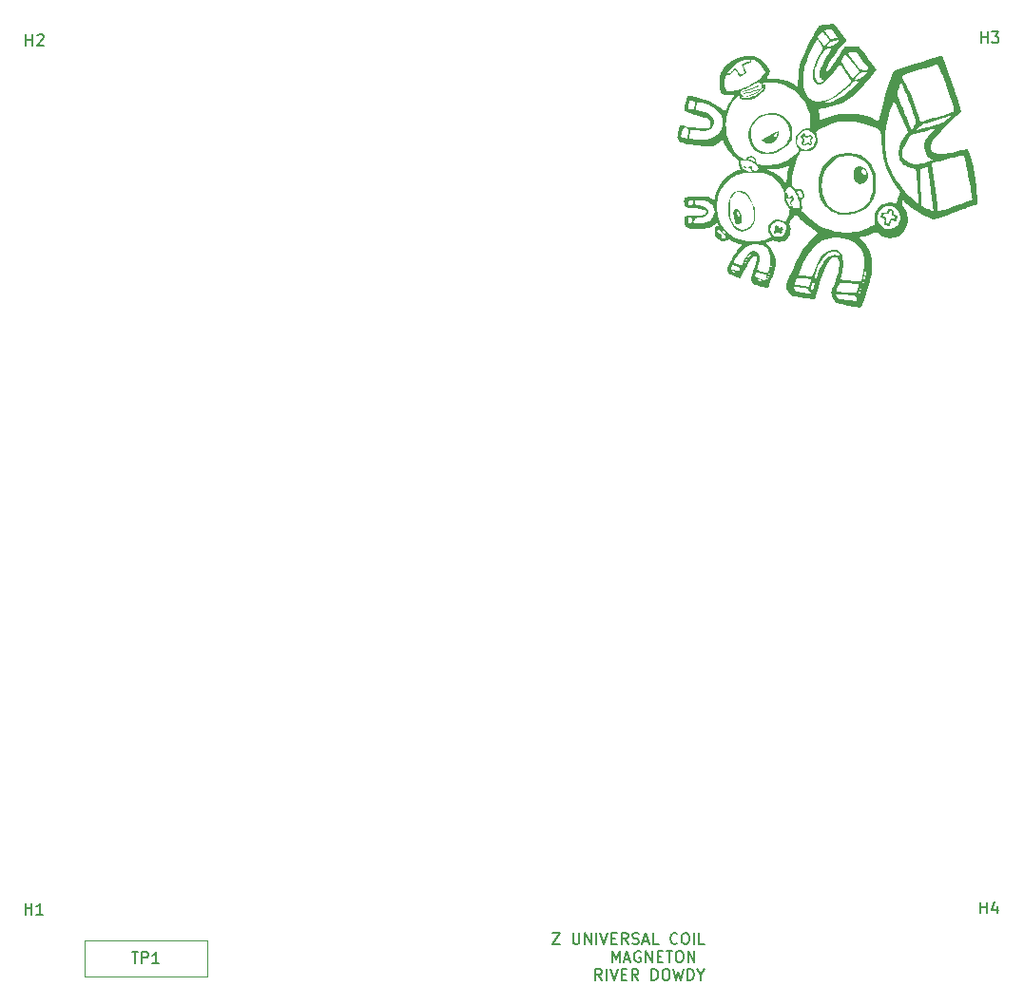
<source format=gto>
%TF.GenerationSoftware,KiCad,Pcbnew,8.0.5*%
%TF.CreationDate,2024-11-12T20:49:10-08:00*%
%TF.ProjectId,Coil_Pannel_Z,436f696c-5f50-4616-9e6e-656c5f5a2e6b,1.0*%
%TF.SameCoordinates,Original*%
%TF.FileFunction,Legend,Top*%
%TF.FilePolarity,Positive*%
%FSLAX46Y46*%
G04 Gerber Fmt 4.6, Leading zero omitted, Abs format (unit mm)*
G04 Created by KiCad (PCBNEW 8.0.5) date 2024-11-12 20:49:10*
%MOMM*%
%LPD*%
G01*
G04 APERTURE LIST*
%ADD10C,0.150000*%
%ADD11C,0.000000*%
%ADD12C,0.120000*%
%ADD13C,5.250000*%
%ADD14C,4.600000*%
%ADD15C,2.600000*%
G04 APERTURE END LIST*
D10*
X103842095Y-58428819D02*
X103842095Y-57428819D01*
X103842095Y-57905009D02*
X104413523Y-57905009D01*
X104413523Y-58428819D02*
X104413523Y-57428819D01*
X104842095Y-57524057D02*
X104889714Y-57476438D01*
X104889714Y-57476438D02*
X104984952Y-57428819D01*
X104984952Y-57428819D02*
X105223047Y-57428819D01*
X105223047Y-57428819D02*
X105318285Y-57476438D01*
X105318285Y-57476438D02*
X105365904Y-57524057D01*
X105365904Y-57524057D02*
X105413523Y-57619295D01*
X105413523Y-57619295D02*
X105413523Y-57714533D01*
X105413523Y-57714533D02*
X105365904Y-57857390D01*
X105365904Y-57857390D02*
X104794476Y-58428819D01*
X104794476Y-58428819D02*
X105413523Y-58428819D01*
X150736268Y-137523931D02*
X151402934Y-137523931D01*
X151402934Y-137523931D02*
X150736268Y-138523931D01*
X150736268Y-138523931D02*
X151402934Y-138523931D01*
X152545792Y-137523931D02*
X152545792Y-138333454D01*
X152545792Y-138333454D02*
X152593411Y-138428692D01*
X152593411Y-138428692D02*
X152641030Y-138476312D01*
X152641030Y-138476312D02*
X152736268Y-138523931D01*
X152736268Y-138523931D02*
X152926744Y-138523931D01*
X152926744Y-138523931D02*
X153021982Y-138476312D01*
X153021982Y-138476312D02*
X153069601Y-138428692D01*
X153069601Y-138428692D02*
X153117220Y-138333454D01*
X153117220Y-138333454D02*
X153117220Y-137523931D01*
X153593411Y-138523931D02*
X153593411Y-137523931D01*
X153593411Y-137523931D02*
X154164839Y-138523931D01*
X154164839Y-138523931D02*
X154164839Y-137523931D01*
X154641030Y-138523931D02*
X154641030Y-137523931D01*
X154974363Y-137523931D02*
X155307696Y-138523931D01*
X155307696Y-138523931D02*
X155641029Y-137523931D01*
X155974363Y-138000121D02*
X156307696Y-138000121D01*
X156450553Y-138523931D02*
X155974363Y-138523931D01*
X155974363Y-138523931D02*
X155974363Y-137523931D01*
X155974363Y-137523931D02*
X156450553Y-137523931D01*
X157450553Y-138523931D02*
X157117220Y-138047740D01*
X156879125Y-138523931D02*
X156879125Y-137523931D01*
X156879125Y-137523931D02*
X157260077Y-137523931D01*
X157260077Y-137523931D02*
X157355315Y-137571550D01*
X157355315Y-137571550D02*
X157402934Y-137619169D01*
X157402934Y-137619169D02*
X157450553Y-137714407D01*
X157450553Y-137714407D02*
X157450553Y-137857264D01*
X157450553Y-137857264D02*
X157402934Y-137952502D01*
X157402934Y-137952502D02*
X157355315Y-138000121D01*
X157355315Y-138000121D02*
X157260077Y-138047740D01*
X157260077Y-138047740D02*
X156879125Y-138047740D01*
X157831506Y-138476312D02*
X157974363Y-138523931D01*
X157974363Y-138523931D02*
X158212458Y-138523931D01*
X158212458Y-138523931D02*
X158307696Y-138476312D01*
X158307696Y-138476312D02*
X158355315Y-138428692D01*
X158355315Y-138428692D02*
X158402934Y-138333454D01*
X158402934Y-138333454D02*
X158402934Y-138238216D01*
X158402934Y-138238216D02*
X158355315Y-138142978D01*
X158355315Y-138142978D02*
X158307696Y-138095359D01*
X158307696Y-138095359D02*
X158212458Y-138047740D01*
X158212458Y-138047740D02*
X158021982Y-138000121D01*
X158021982Y-138000121D02*
X157926744Y-137952502D01*
X157926744Y-137952502D02*
X157879125Y-137904883D01*
X157879125Y-137904883D02*
X157831506Y-137809645D01*
X157831506Y-137809645D02*
X157831506Y-137714407D01*
X157831506Y-137714407D02*
X157879125Y-137619169D01*
X157879125Y-137619169D02*
X157926744Y-137571550D01*
X157926744Y-137571550D02*
X158021982Y-137523931D01*
X158021982Y-137523931D02*
X158260077Y-137523931D01*
X158260077Y-137523931D02*
X158402934Y-137571550D01*
X158783887Y-138238216D02*
X159260077Y-138238216D01*
X158688649Y-138523931D02*
X159021982Y-137523931D01*
X159021982Y-137523931D02*
X159355315Y-138523931D01*
X160164839Y-138523931D02*
X159688649Y-138523931D01*
X159688649Y-138523931D02*
X159688649Y-137523931D01*
X161831506Y-138428692D02*
X161783887Y-138476312D01*
X161783887Y-138476312D02*
X161641030Y-138523931D01*
X161641030Y-138523931D02*
X161545792Y-138523931D01*
X161545792Y-138523931D02*
X161402935Y-138476312D01*
X161402935Y-138476312D02*
X161307697Y-138381073D01*
X161307697Y-138381073D02*
X161260078Y-138285835D01*
X161260078Y-138285835D02*
X161212459Y-138095359D01*
X161212459Y-138095359D02*
X161212459Y-137952502D01*
X161212459Y-137952502D02*
X161260078Y-137762026D01*
X161260078Y-137762026D02*
X161307697Y-137666788D01*
X161307697Y-137666788D02*
X161402935Y-137571550D01*
X161402935Y-137571550D02*
X161545792Y-137523931D01*
X161545792Y-137523931D02*
X161641030Y-137523931D01*
X161641030Y-137523931D02*
X161783887Y-137571550D01*
X161783887Y-137571550D02*
X161831506Y-137619169D01*
X162450554Y-137523931D02*
X162641030Y-137523931D01*
X162641030Y-137523931D02*
X162736268Y-137571550D01*
X162736268Y-137571550D02*
X162831506Y-137666788D01*
X162831506Y-137666788D02*
X162879125Y-137857264D01*
X162879125Y-137857264D02*
X162879125Y-138190597D01*
X162879125Y-138190597D02*
X162831506Y-138381073D01*
X162831506Y-138381073D02*
X162736268Y-138476312D01*
X162736268Y-138476312D02*
X162641030Y-138523931D01*
X162641030Y-138523931D02*
X162450554Y-138523931D01*
X162450554Y-138523931D02*
X162355316Y-138476312D01*
X162355316Y-138476312D02*
X162260078Y-138381073D01*
X162260078Y-138381073D02*
X162212459Y-138190597D01*
X162212459Y-138190597D02*
X162212459Y-137857264D01*
X162212459Y-137857264D02*
X162260078Y-137666788D01*
X162260078Y-137666788D02*
X162355316Y-137571550D01*
X162355316Y-137571550D02*
X162450554Y-137523931D01*
X163307697Y-138523931D02*
X163307697Y-137523931D01*
X164260077Y-138523931D02*
X163783887Y-138523931D01*
X163783887Y-138523931D02*
X163783887Y-137523931D01*
X156021982Y-140133875D02*
X156021982Y-139133875D01*
X156021982Y-139133875D02*
X156355315Y-139848160D01*
X156355315Y-139848160D02*
X156688648Y-139133875D01*
X156688648Y-139133875D02*
X156688648Y-140133875D01*
X157117220Y-139848160D02*
X157593410Y-139848160D01*
X157021982Y-140133875D02*
X157355315Y-139133875D01*
X157355315Y-139133875D02*
X157688648Y-140133875D01*
X158545791Y-139181494D02*
X158450553Y-139133875D01*
X158450553Y-139133875D02*
X158307696Y-139133875D01*
X158307696Y-139133875D02*
X158164839Y-139181494D01*
X158164839Y-139181494D02*
X158069601Y-139276732D01*
X158069601Y-139276732D02*
X158021982Y-139371970D01*
X158021982Y-139371970D02*
X157974363Y-139562446D01*
X157974363Y-139562446D02*
X157974363Y-139705303D01*
X157974363Y-139705303D02*
X158021982Y-139895779D01*
X158021982Y-139895779D02*
X158069601Y-139991017D01*
X158069601Y-139991017D02*
X158164839Y-140086256D01*
X158164839Y-140086256D02*
X158307696Y-140133875D01*
X158307696Y-140133875D02*
X158402934Y-140133875D01*
X158402934Y-140133875D02*
X158545791Y-140086256D01*
X158545791Y-140086256D02*
X158593410Y-140038636D01*
X158593410Y-140038636D02*
X158593410Y-139705303D01*
X158593410Y-139705303D02*
X158402934Y-139705303D01*
X159021982Y-140133875D02*
X159021982Y-139133875D01*
X159021982Y-139133875D02*
X159593410Y-140133875D01*
X159593410Y-140133875D02*
X159593410Y-139133875D01*
X160069601Y-139610065D02*
X160402934Y-139610065D01*
X160545791Y-140133875D02*
X160069601Y-140133875D01*
X160069601Y-140133875D02*
X160069601Y-139133875D01*
X160069601Y-139133875D02*
X160545791Y-139133875D01*
X160831506Y-139133875D02*
X161402934Y-139133875D01*
X161117220Y-140133875D02*
X161117220Y-139133875D01*
X161926744Y-139133875D02*
X162117220Y-139133875D01*
X162117220Y-139133875D02*
X162212458Y-139181494D01*
X162212458Y-139181494D02*
X162307696Y-139276732D01*
X162307696Y-139276732D02*
X162355315Y-139467208D01*
X162355315Y-139467208D02*
X162355315Y-139800541D01*
X162355315Y-139800541D02*
X162307696Y-139991017D01*
X162307696Y-139991017D02*
X162212458Y-140086256D01*
X162212458Y-140086256D02*
X162117220Y-140133875D01*
X162117220Y-140133875D02*
X161926744Y-140133875D01*
X161926744Y-140133875D02*
X161831506Y-140086256D01*
X161831506Y-140086256D02*
X161736268Y-139991017D01*
X161736268Y-139991017D02*
X161688649Y-139800541D01*
X161688649Y-139800541D02*
X161688649Y-139467208D01*
X161688649Y-139467208D02*
X161736268Y-139276732D01*
X161736268Y-139276732D02*
X161831506Y-139181494D01*
X161831506Y-139181494D02*
X161926744Y-139133875D01*
X162783887Y-140133875D02*
X162783887Y-139133875D01*
X162783887Y-139133875D02*
X163355315Y-140133875D01*
X163355315Y-140133875D02*
X163355315Y-139133875D01*
X155117220Y-141743819D02*
X154783887Y-141267628D01*
X154545792Y-141743819D02*
X154545792Y-140743819D01*
X154545792Y-140743819D02*
X154926744Y-140743819D01*
X154926744Y-140743819D02*
X155021982Y-140791438D01*
X155021982Y-140791438D02*
X155069601Y-140839057D01*
X155069601Y-140839057D02*
X155117220Y-140934295D01*
X155117220Y-140934295D02*
X155117220Y-141077152D01*
X155117220Y-141077152D02*
X155069601Y-141172390D01*
X155069601Y-141172390D02*
X155021982Y-141220009D01*
X155021982Y-141220009D02*
X154926744Y-141267628D01*
X154926744Y-141267628D02*
X154545792Y-141267628D01*
X155545792Y-141743819D02*
X155545792Y-140743819D01*
X155879125Y-140743819D02*
X156212458Y-141743819D01*
X156212458Y-141743819D02*
X156545791Y-140743819D01*
X156879125Y-141220009D02*
X157212458Y-141220009D01*
X157355315Y-141743819D02*
X156879125Y-141743819D01*
X156879125Y-141743819D02*
X156879125Y-140743819D01*
X156879125Y-140743819D02*
X157355315Y-140743819D01*
X158355315Y-141743819D02*
X158021982Y-141267628D01*
X157783887Y-141743819D02*
X157783887Y-140743819D01*
X157783887Y-140743819D02*
X158164839Y-140743819D01*
X158164839Y-140743819D02*
X158260077Y-140791438D01*
X158260077Y-140791438D02*
X158307696Y-140839057D01*
X158307696Y-140839057D02*
X158355315Y-140934295D01*
X158355315Y-140934295D02*
X158355315Y-141077152D01*
X158355315Y-141077152D02*
X158307696Y-141172390D01*
X158307696Y-141172390D02*
X158260077Y-141220009D01*
X158260077Y-141220009D02*
X158164839Y-141267628D01*
X158164839Y-141267628D02*
X157783887Y-141267628D01*
X159545792Y-141743819D02*
X159545792Y-140743819D01*
X159545792Y-140743819D02*
X159783887Y-140743819D01*
X159783887Y-140743819D02*
X159926744Y-140791438D01*
X159926744Y-140791438D02*
X160021982Y-140886676D01*
X160021982Y-140886676D02*
X160069601Y-140981914D01*
X160069601Y-140981914D02*
X160117220Y-141172390D01*
X160117220Y-141172390D02*
X160117220Y-141315247D01*
X160117220Y-141315247D02*
X160069601Y-141505723D01*
X160069601Y-141505723D02*
X160021982Y-141600961D01*
X160021982Y-141600961D02*
X159926744Y-141696200D01*
X159926744Y-141696200D02*
X159783887Y-141743819D01*
X159783887Y-141743819D02*
X159545792Y-141743819D01*
X160736268Y-140743819D02*
X160926744Y-140743819D01*
X160926744Y-140743819D02*
X161021982Y-140791438D01*
X161021982Y-140791438D02*
X161117220Y-140886676D01*
X161117220Y-140886676D02*
X161164839Y-141077152D01*
X161164839Y-141077152D02*
X161164839Y-141410485D01*
X161164839Y-141410485D02*
X161117220Y-141600961D01*
X161117220Y-141600961D02*
X161021982Y-141696200D01*
X161021982Y-141696200D02*
X160926744Y-141743819D01*
X160926744Y-141743819D02*
X160736268Y-141743819D01*
X160736268Y-141743819D02*
X160641030Y-141696200D01*
X160641030Y-141696200D02*
X160545792Y-141600961D01*
X160545792Y-141600961D02*
X160498173Y-141410485D01*
X160498173Y-141410485D02*
X160498173Y-141077152D01*
X160498173Y-141077152D02*
X160545792Y-140886676D01*
X160545792Y-140886676D02*
X160641030Y-140791438D01*
X160641030Y-140791438D02*
X160736268Y-140743819D01*
X161498173Y-140743819D02*
X161736268Y-141743819D01*
X161736268Y-141743819D02*
X161926744Y-141029533D01*
X161926744Y-141029533D02*
X162117220Y-141743819D01*
X162117220Y-141743819D02*
X162355316Y-140743819D01*
X162736268Y-141743819D02*
X162736268Y-140743819D01*
X162736268Y-140743819D02*
X162974363Y-140743819D01*
X162974363Y-140743819D02*
X163117220Y-140791438D01*
X163117220Y-140791438D02*
X163212458Y-140886676D01*
X163212458Y-140886676D02*
X163260077Y-140981914D01*
X163260077Y-140981914D02*
X163307696Y-141172390D01*
X163307696Y-141172390D02*
X163307696Y-141315247D01*
X163307696Y-141315247D02*
X163260077Y-141505723D01*
X163260077Y-141505723D02*
X163212458Y-141600961D01*
X163212458Y-141600961D02*
X163117220Y-141696200D01*
X163117220Y-141696200D02*
X162974363Y-141743819D01*
X162974363Y-141743819D02*
X162736268Y-141743819D01*
X163926744Y-141267628D02*
X163926744Y-141743819D01*
X163593411Y-140743819D02*
X163926744Y-141267628D01*
X163926744Y-141267628D02*
X164260077Y-140743819D01*
X103767095Y-135878819D02*
X103767095Y-134878819D01*
X103767095Y-135355009D02*
X104338523Y-135355009D01*
X104338523Y-135878819D02*
X104338523Y-134878819D01*
X105338523Y-135878819D02*
X104767095Y-135878819D01*
X105052809Y-135878819D02*
X105052809Y-134878819D01*
X105052809Y-134878819D02*
X104957571Y-135021676D01*
X104957571Y-135021676D02*
X104862333Y-135116914D01*
X104862333Y-135116914D02*
X104767095Y-135164533D01*
X113252095Y-139228819D02*
X113823523Y-139228819D01*
X113537809Y-140228819D02*
X113537809Y-139228819D01*
X114156857Y-140228819D02*
X114156857Y-139228819D01*
X114156857Y-139228819D02*
X114537809Y-139228819D01*
X114537809Y-139228819D02*
X114633047Y-139276438D01*
X114633047Y-139276438D02*
X114680666Y-139324057D01*
X114680666Y-139324057D02*
X114728285Y-139419295D01*
X114728285Y-139419295D02*
X114728285Y-139562152D01*
X114728285Y-139562152D02*
X114680666Y-139657390D01*
X114680666Y-139657390D02*
X114633047Y-139705009D01*
X114633047Y-139705009D02*
X114537809Y-139752628D01*
X114537809Y-139752628D02*
X114156857Y-139752628D01*
X115680666Y-140228819D02*
X115109238Y-140228819D01*
X115394952Y-140228819D02*
X115394952Y-139228819D01*
X115394952Y-139228819D02*
X115299714Y-139371676D01*
X115299714Y-139371676D02*
X115204476Y-139466914D01*
X115204476Y-139466914D02*
X115109238Y-139514533D01*
X188842095Y-135778819D02*
X188842095Y-134778819D01*
X188842095Y-135255009D02*
X189413523Y-135255009D01*
X189413523Y-135778819D02*
X189413523Y-134778819D01*
X190318285Y-135112152D02*
X190318285Y-135778819D01*
X190080190Y-134731200D02*
X189842095Y-135445485D01*
X189842095Y-135445485D02*
X190461142Y-135445485D01*
X188887505Y-58210759D02*
X188887505Y-57210759D01*
X188887505Y-57686949D02*
X189458933Y-57686949D01*
X189458933Y-58210759D02*
X189458933Y-57210759D01*
X189839886Y-57210759D02*
X190458933Y-57210759D01*
X190458933Y-57210759D02*
X190125600Y-57591711D01*
X190125600Y-57591711D02*
X190268457Y-57591711D01*
X190268457Y-57591711D02*
X190363695Y-57639330D01*
X190363695Y-57639330D02*
X190411314Y-57686949D01*
X190411314Y-57686949D02*
X190458933Y-57782187D01*
X190458933Y-57782187D02*
X190458933Y-58020282D01*
X190458933Y-58020282D02*
X190411314Y-58115520D01*
X190411314Y-58115520D02*
X190363695Y-58163140D01*
X190363695Y-58163140D02*
X190268457Y-58210759D01*
X190268457Y-58210759D02*
X189982743Y-58210759D01*
X189982743Y-58210759D02*
X189887505Y-58163140D01*
X189887505Y-58163140D02*
X189839886Y-58115520D01*
D11*
G36*
X169098892Y-61978898D02*
G01*
X169037393Y-62055584D01*
X169030315Y-62063235D01*
X168950125Y-62130250D01*
X168831285Y-62196702D01*
X168664811Y-62266339D01*
X168441720Y-62342911D01*
X168153028Y-62430166D01*
X168146456Y-62432065D01*
X167917934Y-62496563D01*
X167758336Y-62537942D01*
X167664229Y-62556853D01*
X167632179Y-62553944D01*
X167658753Y-62529864D01*
X167672180Y-62521758D01*
X167730930Y-62496002D01*
X167846694Y-62451801D01*
X168004223Y-62394766D01*
X168188269Y-62330505D01*
X168243395Y-62311668D01*
X168445988Y-62239175D01*
X168639241Y-62163599D01*
X168803139Y-62093184D01*
X168917667Y-62036174D01*
X168930162Y-62028793D01*
X169044243Y-61965147D01*
X169100831Y-61948633D01*
X169098892Y-61978898D01*
G37*
G36*
X170766516Y-74493914D02*
G01*
X170830191Y-74565259D01*
X170898676Y-74641196D01*
X170950502Y-74665909D01*
X171014008Y-74649621D01*
X171036491Y-74639676D01*
X171119354Y-74612196D01*
X171179188Y-74632594D01*
X171219653Y-74669130D01*
X171297219Y-74746697D01*
X171191882Y-74856645D01*
X171128209Y-74928480D01*
X171115123Y-74966798D01*
X171147378Y-74989880D01*
X171153001Y-74992095D01*
X171194179Y-75015272D01*
X171184348Y-75049318D01*
X171138096Y-75098958D01*
X171079941Y-75148382D01*
X171022967Y-75160713D01*
X170935385Y-75140067D01*
X170902609Y-75129453D01*
X170780665Y-75099786D01*
X170688842Y-75108337D01*
X170651511Y-75122771D01*
X170553945Y-75160479D01*
X170496649Y-75160597D01*
X170469267Y-75141567D01*
X170444322Y-75070490D01*
X170474606Y-74990001D01*
X170507736Y-74957293D01*
X170547981Y-74914396D01*
X170546208Y-74856181D01*
X170523406Y-74794267D01*
X170496801Y-74709059D01*
X170509518Y-74641255D01*
X170561914Y-74560675D01*
X170636903Y-74473821D01*
X170698711Y-74451458D01*
X170766516Y-74493914D01*
G37*
G36*
X178161418Y-69202348D02*
G01*
X178349332Y-69260689D01*
X178525248Y-69368722D01*
X178674189Y-69520117D01*
X178761001Y-69662115D01*
X178811063Y-69837369D01*
X178820540Y-70042404D01*
X178790644Y-70243457D01*
X178735059Y-70386210D01*
X178609358Y-70550700D01*
X178449638Y-70674986D01*
X178273313Y-70750248D01*
X178097796Y-70767667D01*
X178014045Y-70751387D01*
X177818892Y-70651312D01*
X177665863Y-70489852D01*
X177603877Y-70380940D01*
X177557783Y-70266101D01*
X177534821Y-70153070D01*
X177530444Y-70011407D01*
X177534129Y-69913858D01*
X177561858Y-69697346D01*
X178259906Y-69697346D01*
X178294289Y-69823791D01*
X178363088Y-69925787D01*
X178459289Y-69982552D01*
X178502565Y-69987943D01*
X178588454Y-69958571D01*
X178629946Y-69914285D01*
X178668795Y-69776729D01*
X178635272Y-69638598D01*
X178535699Y-69501852D01*
X178402030Y-69359608D01*
X178322437Y-69454221D01*
X178266951Y-69567229D01*
X178259906Y-69697346D01*
X177561858Y-69697346D01*
X177568349Y-69646659D01*
X177641388Y-69442924D01*
X177754395Y-69299920D01*
X177809498Y-69260052D01*
X177976481Y-69200026D01*
X178161418Y-69202348D01*
G37*
G36*
X167216852Y-73031514D02*
G01*
X167333902Y-73126892D01*
X167432655Y-73268534D01*
X167509649Y-73441920D01*
X167561424Y-73632527D01*
X167584519Y-73825833D01*
X167575473Y-74007319D01*
X167530824Y-74162461D01*
X167447111Y-74276739D01*
X167397895Y-74309878D01*
X167311246Y-74350428D01*
X167247958Y-74359355D01*
X167165005Y-74342366D01*
X167160964Y-74341305D01*
X167078932Y-74284058D01*
X167001185Y-74165881D01*
X166932643Y-74002000D01*
X166878224Y-73807646D01*
X166842847Y-73598045D01*
X166831431Y-73388428D01*
X166833442Y-73327311D01*
X166835801Y-73302737D01*
X167168717Y-73302737D01*
X167178496Y-73413959D01*
X167201130Y-73530647D01*
X167233669Y-73630289D01*
X167264400Y-73682106D01*
X167328660Y-73728093D01*
X167371867Y-73701041D01*
X167393848Y-73601155D01*
X167396820Y-73525088D01*
X167377691Y-73414706D01*
X167328999Y-73305121D01*
X167265091Y-73220936D01*
X167200313Y-73186751D01*
X167199519Y-73186744D01*
X167174742Y-73219494D01*
X167168717Y-73302737D01*
X166835801Y-73302737D01*
X166848837Y-73166924D01*
X166880336Y-73068183D01*
X166938853Y-73016749D01*
X167035307Y-72998282D01*
X167084966Y-72996922D01*
X167216852Y-73031514D01*
G37*
G36*
X170848110Y-66072691D02*
G01*
X170861575Y-66147217D01*
X170852081Y-66270000D01*
X170824163Y-66418275D01*
X170782353Y-66569272D01*
X170731187Y-66700224D01*
X170717968Y-66726233D01*
X170568520Y-66930275D01*
X170376705Y-67072473D01*
X170147983Y-67149304D01*
X170044122Y-67161131D01*
X169854192Y-67157419D01*
X169717398Y-67120203D01*
X169701550Y-67112183D01*
X169565351Y-67030249D01*
X169455101Y-66948394D01*
X169383527Y-66877673D01*
X169363357Y-66829143D01*
X169367559Y-66822045D01*
X169421094Y-66784342D01*
X169526519Y-66722496D01*
X169671941Y-66642527D01*
X169845467Y-66550455D01*
X170035205Y-66452298D01*
X170125506Y-66406592D01*
X170443880Y-66406592D01*
X170472145Y-66506083D01*
X170546728Y-66557340D01*
X170576716Y-66560657D01*
X170634228Y-66547171D01*
X170673355Y-66494535D01*
X170707640Y-66384661D01*
X170731028Y-66279093D01*
X170740494Y-66209247D01*
X170738557Y-66195265D01*
X170701040Y-66204739D01*
X170629375Y-66247167D01*
X170547044Y-66305710D01*
X170477529Y-66363526D01*
X170444311Y-66403777D01*
X170443880Y-66406592D01*
X170125506Y-66406592D01*
X170229262Y-66354076D01*
X170415746Y-66261807D01*
X170582763Y-66181513D01*
X170718421Y-66119210D01*
X170810828Y-66080920D01*
X170848090Y-66072661D01*
X170848110Y-66072691D01*
G37*
G36*
X167587710Y-71397074D02*
G01*
X167825390Y-71507856D01*
X168048770Y-71688924D01*
X168255366Y-71937628D01*
X168442692Y-72251315D01*
X168608262Y-72627335D01*
X168658798Y-72767854D01*
X168716652Y-72946714D01*
X168753425Y-73093051D01*
X168773905Y-73236531D01*
X168782882Y-73406818D01*
X168784833Y-73548513D01*
X168777670Y-73826862D01*
X168748543Y-74049031D01*
X168691649Y-74233268D01*
X168601183Y-74397822D01*
X168471340Y-74560939D01*
X168458182Y-74575454D01*
X168262813Y-74751289D01*
X168042876Y-74885685D01*
X167814180Y-74972659D01*
X167592531Y-75006228D01*
X167393736Y-74980410D01*
X167390791Y-74979470D01*
X167177800Y-74886767D01*
X166996186Y-74751680D01*
X166836124Y-74564161D01*
X166687790Y-74314165D01*
X166635338Y-74206870D01*
X166498508Y-73839950D01*
X166408306Y-73435592D01*
X166367429Y-73017451D01*
X166370557Y-72902862D01*
X166507733Y-72902862D01*
X166507974Y-72939218D01*
X166525575Y-73358893D01*
X166571881Y-73715038D01*
X166649203Y-74015563D01*
X166759850Y-74268380D01*
X166906134Y-74481399D01*
X166982630Y-74564806D01*
X167186672Y-74722620D01*
X167415097Y-74818748D01*
X167653695Y-74850449D01*
X167888253Y-74814979D01*
X168014171Y-74763923D01*
X168247416Y-74614698D01*
X168425325Y-74427870D01*
X168548023Y-74223097D01*
X168605839Y-74100412D01*
X168642134Y-74000871D01*
X168661562Y-73899888D01*
X168668774Y-73772875D01*
X168668424Y-73595246D01*
X168668326Y-73587388D01*
X168639277Y-73226126D01*
X168565020Y-72865195D01*
X168451499Y-72521181D01*
X168304654Y-72210671D01*
X168130426Y-71950252D01*
X168048894Y-71858135D01*
X167825628Y-71665672D01*
X167602282Y-71543020D01*
X167384260Y-71490296D01*
X167176964Y-71507617D01*
X166985797Y-71595100D01*
X166816163Y-71752863D01*
X166759215Y-71830150D01*
X166657032Y-72003227D01*
X166584739Y-72179615D01*
X166538390Y-72376735D01*
X166514036Y-72612011D01*
X166507733Y-72902862D01*
X166370557Y-72902862D01*
X166378574Y-72609178D01*
X166421333Y-72329923D01*
X166509616Y-72044968D01*
X166638850Y-71799023D01*
X166801539Y-71600025D01*
X166990185Y-71455912D01*
X167197289Y-71374621D01*
X167338217Y-71359230D01*
X167587710Y-71397074D01*
G37*
G36*
X170499724Y-64449442D02*
G01*
X170854202Y-64524906D01*
X171177101Y-64664216D01*
X171461899Y-64862968D01*
X171702070Y-65116759D01*
X171891090Y-65421183D01*
X172006363Y-65715449D01*
X172049200Y-65877213D01*
X172072315Y-66025811D01*
X172079044Y-66192798D01*
X172074787Y-66362826D01*
X172064235Y-66548046D01*
X172047091Y-66681642D01*
X172017934Y-66788144D01*
X171971341Y-66892080D01*
X171948209Y-66935507D01*
X171792944Y-67160279D01*
X171579279Y-67385502D01*
X171323837Y-67598502D01*
X171043242Y-67786606D01*
X170754117Y-67937140D01*
X170520042Y-68024333D01*
X170347926Y-68061748D01*
X170133966Y-68088732D01*
X169904891Y-68103785D01*
X169687432Y-68105406D01*
X169508319Y-68092094D01*
X169460488Y-68083811D01*
X169133121Y-67977985D01*
X168848031Y-67809131D01*
X168606287Y-67578274D01*
X168408960Y-67286437D01*
X168257119Y-66934644D01*
X168255763Y-66930617D01*
X168173762Y-66573902D01*
X168166966Y-66239189D01*
X168366607Y-66239189D01*
X168385780Y-66572127D01*
X168462132Y-66895917D01*
X168592431Y-67197908D01*
X168773441Y-67465445D01*
X169001928Y-67685877D01*
X169057081Y-67725993D01*
X169306579Y-67865594D01*
X169568586Y-67944818D01*
X169855794Y-67965627D01*
X170180897Y-67929979D01*
X170267599Y-67912896D01*
X170581322Y-67818651D01*
X170892215Y-67674507D01*
X171182830Y-67491749D01*
X171435721Y-67281659D01*
X171633440Y-67055522D01*
X171664945Y-67009180D01*
X171799010Y-66735828D01*
X171866301Y-66444751D01*
X171871183Y-66145426D01*
X171818022Y-65847329D01*
X171711183Y-65559934D01*
X171555032Y-65292718D01*
X171353933Y-65055156D01*
X171112253Y-64856724D01*
X170834357Y-64706897D01*
X170565768Y-64623298D01*
X170226911Y-64583044D01*
X169897796Y-64611864D01*
X169779454Y-64638650D01*
X169486248Y-64741947D01*
X169202736Y-64891599D01*
X168943966Y-65076230D01*
X168724981Y-65284462D01*
X168560828Y-65504919D01*
X168512739Y-65596482D01*
X168407849Y-65909757D01*
X168366607Y-66239189D01*
X168166966Y-66239189D01*
X168166603Y-66221293D01*
X168232970Y-65877931D01*
X168371549Y-65548955D01*
X168581026Y-65239508D01*
X168729976Y-65075500D01*
X169037633Y-64814365D01*
X169369777Y-64623776D01*
X169733621Y-64500448D01*
X170120192Y-64442228D01*
X170499724Y-64449442D01*
G37*
G36*
X173260275Y-66368675D02*
G01*
X173332139Y-66444573D01*
X173397398Y-66471865D01*
X173476269Y-66450148D01*
X173588970Y-66379019D01*
X173613439Y-66361632D01*
X173661546Y-66340551D01*
X173710799Y-66361380D01*
X173781286Y-66433687D01*
X173792776Y-66447038D01*
X173880926Y-66572374D01*
X173902449Y-66666886D01*
X173857993Y-66735456D01*
X173833085Y-66751062D01*
X173767998Y-66814280D01*
X173769095Y-66903459D01*
X173819064Y-67000904D01*
X173858724Y-67073319D01*
X173850304Y-67124639D01*
X173809969Y-67174455D01*
X173705005Y-67271388D01*
X173618585Y-67302271D01*
X173537650Y-67270352D01*
X173511990Y-67248551D01*
X173448529Y-67195435D01*
X173401685Y-67193540D01*
X173334699Y-67240050D01*
X173197429Y-67320409D01*
X173073902Y-67341706D01*
X173033385Y-67332960D01*
X172912750Y-67261841D01*
X172854675Y-67166290D01*
X172858034Y-67126382D01*
X173036795Y-67126382D01*
X173061693Y-67191149D01*
X173117428Y-67219309D01*
X173196494Y-67192494D01*
X173202597Y-67188164D01*
X173302376Y-67123050D01*
X173366439Y-67087167D01*
X173443113Y-67064687D01*
X173511222Y-67097973D01*
X173529468Y-67113764D01*
X173591239Y-67159733D01*
X173635696Y-67152006D01*
X173664756Y-67126116D01*
X173699674Y-67078665D01*
X173693823Y-67025283D01*
X173657321Y-66954688D01*
X173618258Y-66877483D01*
X173617504Y-66821286D01*
X173658720Y-66751294D01*
X173682098Y-66719318D01*
X173737376Y-66638165D01*
X173748587Y-66589173D01*
X173719495Y-66545234D01*
X173707917Y-66533411D01*
X173662285Y-66496727D01*
X173619781Y-66501546D01*
X173555644Y-66553827D01*
X173532731Y-66575584D01*
X173421481Y-66653416D01*
X173327628Y-66657125D01*
X173251246Y-66586719D01*
X173231522Y-66550671D01*
X173170536Y-66469431D01*
X173103582Y-66448103D01*
X173050188Y-66488115D01*
X173053551Y-66543506D01*
X173095367Y-66625208D01*
X173105062Y-66638897D01*
X173173887Y-66766886D01*
X173172134Y-66874303D01*
X173109547Y-66960507D01*
X173050244Y-67043379D01*
X173036795Y-67126382D01*
X172858034Y-67126382D01*
X172863613Y-67060087D01*
X172919142Y-66979548D01*
X172984437Y-66879402D01*
X172979774Y-66772544D01*
X172904535Y-66649131D01*
X172897967Y-66641227D01*
X172835596Y-66540757D01*
X172838448Y-66455538D01*
X172910084Y-66375448D01*
X173014140Y-66311022D01*
X173152472Y-66236969D01*
X173260275Y-66368675D01*
G37*
G36*
X180895174Y-73006911D02*
G01*
X180959022Y-73036868D01*
X181048879Y-73086205D01*
X181093007Y-73132511D01*
X181105273Y-73202821D01*
X181100309Y-73312355D01*
X181087508Y-73509233D01*
X181247178Y-73543345D01*
X181349185Y-73573551D01*
X181414020Y-73608501D01*
X181422977Y-73620107D01*
X181423772Y-73686312D01*
X181404318Y-73794028D01*
X181372322Y-73913920D01*
X181335493Y-74016656D01*
X181304738Y-74070054D01*
X181249212Y-74087336D01*
X181148426Y-74063660D01*
X181100482Y-74045582D01*
X180999214Y-74007705D01*
X180941728Y-74000679D01*
X180901542Y-74025976D01*
X180873996Y-74058171D01*
X180824423Y-74148474D01*
X180786829Y-74265992D01*
X180783938Y-74280251D01*
X180747528Y-74409881D01*
X180699143Y-74494197D01*
X180654434Y-74517906D01*
X180606523Y-74505120D01*
X180515919Y-74475214D01*
X180482136Y-74463348D01*
X180335699Y-74398954D01*
X180258565Y-74330986D01*
X180244011Y-74251268D01*
X180262014Y-74195504D01*
X180296514Y-74079505D01*
X180306848Y-73986181D01*
X180297731Y-73913685D01*
X180256942Y-73869747D01*
X180164324Y-73834818D01*
X180145004Y-73829229D01*
X180040339Y-73796396D01*
X179969035Y-73768411D01*
X179956506Y-73761059D01*
X179948259Y-73713364D01*
X179958748Y-73621157D01*
X179973671Y-73551577D01*
X180154524Y-73551577D01*
X180169423Y-73622185D01*
X180226604Y-73673212D01*
X180306848Y-73709677D01*
X180403982Y-73758743D01*
X180451520Y-73820981D01*
X180455470Y-73915001D01*
X180421838Y-74059410D01*
X180420847Y-74062858D01*
X180401015Y-74158928D01*
X180417100Y-74215336D01*
X180449132Y-74244928D01*
X180549909Y-74288317D01*
X180631721Y-74258885D01*
X180691282Y-74158345D01*
X180705035Y-74111714D01*
X180743590Y-73985318D01*
X180794567Y-73913564D01*
X180879550Y-73879065D01*
X181011346Y-73864966D01*
X181125359Y-73854080D01*
X181183953Y-73832170D01*
X181207869Y-73787715D01*
X181213387Y-73752722D01*
X181211432Y-73684701D01*
X181172005Y-73645759D01*
X181080104Y-73617263D01*
X180935184Y-73582243D01*
X180940157Y-73388064D01*
X180939880Y-73272747D01*
X180925016Y-73212031D01*
X180886021Y-73184523D01*
X180844955Y-73174650D01*
X180733835Y-73179053D01*
X180664799Y-73234744D01*
X180649577Y-73298034D01*
X180623918Y-73382539D01*
X180542257Y-73432844D01*
X180397567Y-73452670D01*
X180356353Y-73453311D01*
X180239217Y-73455901D01*
X180179212Y-73469838D01*
X180157339Y-73504374D01*
X180154524Y-73551577D01*
X179973671Y-73551577D01*
X179982154Y-73512022D01*
X180012656Y-73413541D01*
X180041967Y-73356078D01*
X180108959Y-73330987D01*
X180236814Y-73337156D01*
X180246650Y-73338601D01*
X180399891Y-73346694D01*
X180493468Y-73313012D01*
X180533104Y-73234837D01*
X180535334Y-73201389D01*
X180558762Y-73061624D01*
X180627796Y-72982137D01*
X180740559Y-72963657D01*
X180895174Y-73006911D01*
G37*
G36*
X177328716Y-68036974D02*
G01*
X177559321Y-68053911D01*
X177717343Y-68080003D01*
X178113377Y-68211848D01*
X178472726Y-68407528D01*
X178789624Y-68661271D01*
X179058304Y-68967309D01*
X179273000Y-69319871D01*
X179427945Y-69713188D01*
X179457725Y-69821384D01*
X179485305Y-69955054D01*
X179504727Y-70111506D01*
X179517037Y-70305278D01*
X179523283Y-70550908D01*
X179524593Y-70749563D01*
X179523810Y-71004078D01*
X179519644Y-71199007D01*
X179510617Y-71350905D01*
X179495252Y-71476325D01*
X179472072Y-71591818D01*
X179439599Y-71713940D01*
X179438059Y-71719290D01*
X179322970Y-72051280D01*
X179179172Y-72332584D01*
X178992710Y-72587234D01*
X178836401Y-72755466D01*
X178538263Y-73006171D01*
X178192716Y-73208505D01*
X177792047Y-73366669D01*
X177622141Y-73416492D01*
X177410672Y-73460752D01*
X177162107Y-73493048D01*
X176898167Y-73512415D01*
X176640572Y-73517892D01*
X176411043Y-73508515D01*
X176231299Y-73483322D01*
X176213145Y-73478944D01*
X175911203Y-73375563D01*
X175606622Y-73225099D01*
X175320497Y-73040699D01*
X175073921Y-72835514D01*
X174930255Y-72679207D01*
X174756306Y-72420201D01*
X174605656Y-72119363D01*
X174494256Y-71810669D01*
X174461857Y-71681454D01*
X174431489Y-71476889D01*
X174412795Y-71221007D01*
X174405768Y-70937753D01*
X174406452Y-70895374D01*
X174704733Y-70895374D01*
X174728541Y-71285919D01*
X174791914Y-71664824D01*
X174892826Y-72010932D01*
X174980003Y-72213095D01*
X175192358Y-72561376D01*
X175445256Y-72845287D01*
X175738141Y-73064575D01*
X176070454Y-73218990D01*
X176441639Y-73308280D01*
X176851138Y-73332194D01*
X177298395Y-73290481D01*
X177350738Y-73281725D01*
X177772765Y-73176946D01*
X178141499Y-73018377D01*
X178458950Y-72804599D01*
X178727129Y-72534188D01*
X178948044Y-72205724D01*
X178993436Y-72119722D01*
X179093330Y-71901000D01*
X179166102Y-71687780D01*
X179216386Y-71459400D01*
X179248817Y-71195200D01*
X179266976Y-70900235D01*
X179274447Y-70645322D01*
X179271658Y-70442339D01*
X179257383Y-70267590D01*
X179230395Y-70097381D01*
X179223619Y-70063060D01*
X179105794Y-69649658D01*
X178931394Y-69286525D01*
X178702896Y-68975832D01*
X178422778Y-68719748D01*
X178093514Y-68520444D01*
X177717582Y-68380089D01*
X177297459Y-68300852D01*
X177202209Y-68292055D01*
X176863381Y-68285779D01*
X176540061Y-68316967D01*
X176252921Y-68382824D01*
X176098902Y-68441313D01*
X175829843Y-68601112D01*
X175568902Y-68824010D01*
X175326033Y-69096968D01*
X175111191Y-69406945D01*
X174934330Y-69740901D01*
X174805403Y-70085797D01*
X174783909Y-70164001D01*
X174722514Y-70514348D01*
X174704733Y-70895374D01*
X174406452Y-70895374D01*
X174410398Y-70651071D01*
X174426680Y-70384905D01*
X174454606Y-70163199D01*
X174462340Y-70122629D01*
X174589222Y-69677521D01*
X174775048Y-69278126D01*
X175016936Y-68927502D01*
X175312007Y-68628710D01*
X175657380Y-68384807D01*
X176050176Y-68198854D01*
X176365469Y-68101393D01*
X176563117Y-68066244D01*
X176805970Y-68043531D01*
X177069384Y-68033644D01*
X177328716Y-68036974D01*
G37*
G36*
X175786462Y-56518065D02*
G01*
X175823247Y-56553048D01*
X175896476Y-56638753D01*
X175998143Y-56764610D01*
X176120247Y-56920051D01*
X176254781Y-57094507D01*
X176393743Y-57277410D01*
X176529130Y-57458192D01*
X176652936Y-57626282D01*
X176757158Y-57771113D01*
X176833793Y-57882117D01*
X176874836Y-57948724D01*
X176879562Y-57961445D01*
X176855524Y-58002588D01*
X176789352Y-58089229D01*
X176689963Y-58210340D01*
X176566271Y-58354896D01*
X176504559Y-58425220D01*
X176237110Y-58733532D01*
X176015835Y-59002640D01*
X175831153Y-59245222D01*
X175673483Y-59473960D01*
X175533245Y-59701533D01*
X175510649Y-59740667D01*
X175386611Y-59968908D01*
X175276999Y-60192533D01*
X175187667Y-60397748D01*
X175124465Y-60570759D01*
X175093245Y-60697773D01*
X175090967Y-60729988D01*
X175095744Y-60770812D01*
X175114958Y-60780234D01*
X175157924Y-60752149D01*
X175233955Y-60680451D01*
X175352366Y-60559034D01*
X175353414Y-60557945D01*
X175500830Y-60389303D01*
X175673678Y-60165883D01*
X175862916Y-59900823D01*
X175900714Y-59844379D01*
X176423358Y-59844379D01*
X176443277Y-59889152D01*
X176498846Y-59984770D01*
X176582936Y-60120516D01*
X176688419Y-60285671D01*
X176808167Y-60469516D01*
X176935052Y-60661333D01*
X177061946Y-60850403D01*
X177181722Y-61026009D01*
X177287250Y-61177431D01*
X177371404Y-61293952D01*
X177427055Y-61364853D01*
X177445677Y-61381647D01*
X177484155Y-61354970D01*
X177560731Y-61282841D01*
X177663337Y-61177110D01*
X177751389Y-61081474D01*
X177862564Y-60955472D01*
X177951590Y-60849471D01*
X178007795Y-60776503D01*
X178021991Y-60751134D01*
X178000096Y-60714384D01*
X177939510Y-60627406D01*
X177847879Y-60500417D01*
X177732850Y-60343633D01*
X177602071Y-60167269D01*
X177463187Y-59981541D01*
X177323846Y-59796665D01*
X177191695Y-59622857D01*
X177074380Y-59470334D01*
X176979548Y-59349310D01*
X176914847Y-59270003D01*
X176904224Y-59257834D01*
X176826704Y-59171354D01*
X176625414Y-59486320D01*
X176539262Y-59625176D01*
X176471357Y-59742318D01*
X176430792Y-59821636D01*
X176423358Y-59844379D01*
X175900714Y-59844379D01*
X176059503Y-59607257D01*
X176254396Y-59298323D01*
X176372709Y-59098415D01*
X177016389Y-59098415D01*
X177020948Y-59106309D01*
X177059895Y-59156361D01*
X177132964Y-59249637D01*
X177227138Y-59369534D01*
X177270757Y-59424982D01*
X177392655Y-59586491D01*
X177530052Y-59778697D01*
X177658650Y-59967359D01*
X177693903Y-60021278D01*
X177864036Y-60260475D01*
X178024070Y-60432218D01*
X178181012Y-60543272D01*
X178276561Y-60583571D01*
X178375174Y-60600526D01*
X178507698Y-60605290D01*
X178648709Y-60599249D01*
X178772785Y-60583790D01*
X178854503Y-60560301D01*
X178867546Y-60551324D01*
X178857485Y-60508279D01*
X178799584Y-60409121D01*
X178695217Y-60255863D01*
X178545755Y-60050519D01*
X178352573Y-59795101D01*
X178345969Y-59786493D01*
X177787345Y-59058708D01*
X177385912Y-59058708D01*
X177203521Y-59060560D01*
X177087570Y-59066957D01*
X177028410Y-59079155D01*
X177016389Y-59098415D01*
X176372709Y-59098415D01*
X176438556Y-58987156D01*
X176457570Y-58953709D01*
X176546829Y-58803919D01*
X176630191Y-58677977D01*
X176696625Y-58591818D01*
X176727755Y-58563379D01*
X176788958Y-58550849D01*
X176909685Y-58541050D01*
X177073343Y-58534065D01*
X177263338Y-58529977D01*
X177463080Y-58528871D01*
X177655975Y-58530830D01*
X177825430Y-58535938D01*
X177954853Y-58544279D01*
X178027652Y-58555935D01*
X178030034Y-58556812D01*
X178070370Y-58593653D01*
X178148212Y-58682835D01*
X178256777Y-58815374D01*
X178389283Y-58982284D01*
X178538945Y-59174579D01*
X178698981Y-59383274D01*
X178862607Y-59599383D01*
X179023040Y-59813921D01*
X179173496Y-60017903D01*
X179307194Y-60202342D01*
X179417348Y-60358254D01*
X179497177Y-60476652D01*
X179539897Y-60548552D01*
X179545229Y-60563930D01*
X179520285Y-60624885D01*
X179450019Y-60733141D01*
X179341281Y-60880513D01*
X179200922Y-61058816D01*
X179035791Y-61259865D01*
X178852739Y-61475475D01*
X178658615Y-61697461D01*
X178460270Y-61917638D01*
X178264554Y-62127820D01*
X178078317Y-62319822D01*
X178062197Y-62335990D01*
X177800516Y-62592471D01*
X177575763Y-62800411D01*
X177376283Y-62969924D01*
X177190419Y-63111122D01*
X177086687Y-63182425D01*
X176585061Y-63480484D01*
X176071413Y-63714992D01*
X175531137Y-63891310D01*
X174949626Y-64014797D01*
X174730581Y-64046931D01*
X174587512Y-64067373D01*
X174476504Y-64086379D01*
X174416793Y-64100559D01*
X174412010Y-64103072D01*
X174412060Y-64146317D01*
X174434096Y-64230047D01*
X174437977Y-64241457D01*
X174456457Y-64332454D01*
X174470873Y-64475740D01*
X174479204Y-64647469D01*
X174480461Y-64742528D01*
X174482793Y-64922423D01*
X174490631Y-65035827D01*
X174505245Y-65092295D01*
X174527901Y-65101380D01*
X174528063Y-65101311D01*
X174582565Y-65077935D01*
X174688487Y-65032508D01*
X174827254Y-64972995D01*
X174899352Y-64942075D01*
X175389368Y-64757171D01*
X175878641Y-64625999D01*
X176384392Y-64545556D01*
X176923844Y-64512837D01*
X177336533Y-64516923D01*
X177855634Y-64553540D01*
X178326944Y-64628165D01*
X178771306Y-64745791D01*
X179209563Y-64911411D01*
X179454640Y-65024323D01*
X179597276Y-65088170D01*
X179706097Y-65125671D01*
X179766308Y-65131944D01*
X179771380Y-65128851D01*
X179790583Y-65080481D01*
X179820479Y-64972394D01*
X179857268Y-64819646D01*
X179897152Y-64637289D01*
X179904981Y-64599488D01*
X180054145Y-63928192D01*
X180225753Y-63253574D01*
X180366314Y-62762274D01*
X181411196Y-62762274D01*
X181425210Y-62805674D01*
X181464888Y-62909817D01*
X181526681Y-63066136D01*
X181607044Y-63266061D01*
X181702428Y-63501024D01*
X181809287Y-63762458D01*
X181924073Y-64041793D01*
X182043239Y-64330462D01*
X182163237Y-64619896D01*
X182280522Y-64901526D01*
X182391544Y-65166785D01*
X182492758Y-65407105D01*
X182580615Y-65613916D01*
X182651569Y-65778651D01*
X182702072Y-65892741D01*
X182728578Y-65947618D01*
X182731425Y-65951274D01*
X182751125Y-65920232D01*
X182798844Y-65836698D01*
X182866381Y-65715174D01*
X182912310Y-65631332D01*
X182988531Y-65483307D01*
X183047861Y-65352488D01*
X183081874Y-65258246D01*
X183086758Y-65230265D01*
X183073905Y-65149939D01*
X183037418Y-65012176D01*
X182980407Y-64825313D01*
X182905983Y-64597684D01*
X182817255Y-64337625D01*
X182717333Y-64053471D01*
X182609328Y-63753557D01*
X182496349Y-63446219D01*
X182381506Y-63139792D01*
X182267909Y-62842612D01*
X182158669Y-62563013D01*
X182056895Y-62309332D01*
X181965697Y-62089903D01*
X181888185Y-61913061D01*
X181827469Y-61787143D01*
X181786660Y-61720483D01*
X181774081Y-61712044D01*
X181749903Y-61748389D01*
X181709005Y-61841831D01*
X181656833Y-61976603D01*
X181598836Y-62136935D01*
X181540462Y-62307063D01*
X181487159Y-62471217D01*
X181444375Y-62613632D01*
X181417559Y-62718538D01*
X181411196Y-62762274D01*
X180366314Y-62762274D01*
X180414436Y-62594072D01*
X180614826Y-61968123D01*
X180821555Y-61394167D01*
X180886232Y-61229323D01*
X180926503Y-61132450D01*
X181830087Y-61132450D01*
X181846861Y-61180303D01*
X181893599Y-61284405D01*
X181964924Y-61433540D01*
X182055458Y-61616491D01*
X182159825Y-61822040D01*
X182172133Y-61845963D01*
X182293840Y-62085362D01*
X182417379Y-62333887D01*
X182532938Y-62571414D01*
X182630704Y-62777819D01*
X182689657Y-62907337D01*
X182742916Y-63035984D01*
X182811023Y-63212683D01*
X182890151Y-63426304D01*
X182976471Y-63665719D01*
X183066157Y-63919800D01*
X183155381Y-64177416D01*
X183240316Y-64427440D01*
X183317133Y-64658742D01*
X183382006Y-64860194D01*
X183431106Y-65020666D01*
X183460606Y-65129030D01*
X183467568Y-65169173D01*
X183499500Y-65217341D01*
X183544990Y-65227824D01*
X183599022Y-65216566D01*
X183716302Y-65184634D01*
X183887608Y-65134785D01*
X184103721Y-65069778D01*
X184355421Y-64992372D01*
X184633488Y-64905325D01*
X184811182Y-64848969D01*
X185109374Y-64754026D01*
X185394243Y-64663493D01*
X185655039Y-64580774D01*
X185881014Y-64509271D01*
X186061420Y-64452388D01*
X186185509Y-64413527D01*
X186223683Y-64401734D01*
X186344870Y-64358177D01*
X186433328Y-64314211D01*
X186466004Y-64284908D01*
X186469211Y-64206421D01*
X186446310Y-64064143D01*
X186399499Y-63864991D01*
X186330980Y-63615878D01*
X186242951Y-63323721D01*
X186137612Y-62995435D01*
X186017163Y-62637934D01*
X185883803Y-62258135D01*
X185739732Y-61862952D01*
X185587149Y-61459302D01*
X185478947Y-61181722D01*
X185358485Y-60877854D01*
X185261826Y-60637758D01*
X185185487Y-60454100D01*
X185125983Y-60319545D01*
X185079828Y-60226759D01*
X185043538Y-60168409D01*
X185013628Y-60137161D01*
X184986614Y-60125681D01*
X184976815Y-60124975D01*
X184920453Y-60136114D01*
X184801091Y-60167669D01*
X184628269Y-60216846D01*
X184411525Y-60280851D01*
X184160400Y-60356891D01*
X183884432Y-60442171D01*
X183751326Y-60483874D01*
X183448102Y-60579197D01*
X183148557Y-60673196D01*
X182865805Y-60761768D01*
X182612959Y-60840811D01*
X182403131Y-60906222D01*
X182249435Y-60953899D01*
X182220416Y-60962843D01*
X182043889Y-61021614D01*
X181914101Y-61074049D01*
X181841656Y-61115538D01*
X181830087Y-61132450D01*
X180926503Y-61132450D01*
X180961767Y-61047621D01*
X181033126Y-60887885D01*
X181093067Y-60765535D01*
X181134353Y-60695987D01*
X181139438Y-60690067D01*
X181188429Y-60665254D01*
X181302182Y-60620904D01*
X181472630Y-60559768D01*
X181691706Y-60484596D01*
X181951345Y-60398137D01*
X182243479Y-60303142D01*
X182560042Y-60202361D01*
X182686908Y-60162541D01*
X183036959Y-60053029D01*
X183388351Y-59942946D01*
X183728939Y-59836109D01*
X184046576Y-59736333D01*
X184329117Y-59647434D01*
X184564414Y-59573227D01*
X184740321Y-59517528D01*
X184753654Y-59513290D01*
X184954668Y-59451645D01*
X185132579Y-59401375D01*
X185273781Y-59365991D01*
X185364666Y-59349003D01*
X185389643Y-59349196D01*
X185401096Y-59352484D01*
X185411176Y-59355852D01*
X185421682Y-59364220D01*
X185434418Y-59382512D01*
X185451185Y-59415649D01*
X185473785Y-59468553D01*
X185504020Y-59546146D01*
X185543693Y-59653350D01*
X185594605Y-59795088D01*
X185658558Y-59976280D01*
X185737354Y-60201849D01*
X185832795Y-60476717D01*
X185946683Y-60805806D01*
X186080820Y-61194038D01*
X186237009Y-61646334D01*
X186342868Y-61952861D01*
X186484929Y-62366210D01*
X186617174Y-62755006D01*
X186737687Y-63113366D01*
X186844547Y-63435409D01*
X186935839Y-63715252D01*
X187009642Y-63947013D01*
X187064039Y-64124809D01*
X187097113Y-64242758D01*
X187106944Y-64294979D01*
X187106820Y-64295644D01*
X187071247Y-64348281D01*
X186987784Y-64435828D01*
X186868632Y-64546403D01*
X186725990Y-64668122D01*
X186715808Y-64676454D01*
X186436085Y-64913780D01*
X186146694Y-65175785D01*
X185856403Y-65453239D01*
X185573985Y-65736914D01*
X185308212Y-66017580D01*
X185067853Y-66286009D01*
X184861680Y-66532972D01*
X184698465Y-66749241D01*
X184599293Y-66903386D01*
X184468267Y-67179240D01*
X184405804Y-67423098D01*
X184410663Y-67632776D01*
X184481604Y-67806091D01*
X184617386Y-67940859D01*
X184816769Y-68034897D01*
X185078512Y-68086022D01*
X185276413Y-68095214D01*
X185454972Y-68087636D01*
X185670466Y-68064208D01*
X185929699Y-68023712D01*
X186239475Y-67964932D01*
X186606599Y-67886649D01*
X187037872Y-67787645D01*
X187169122Y-67756506D01*
X187343995Y-67717713D01*
X187498875Y-67688713D01*
X187614349Y-67672833D01*
X187664175Y-67671638D01*
X187704757Y-67686129D01*
X187741606Y-67724971D01*
X187780904Y-67800153D01*
X187828831Y-67923664D01*
X187891568Y-68107492D01*
X187896359Y-68121976D01*
X188075770Y-68706005D01*
X188218140Y-69266480D01*
X188328083Y-69827248D01*
X188410215Y-70412159D01*
X188469148Y-71045059D01*
X188473428Y-71104561D01*
X188491851Y-71366307D01*
X188509875Y-71622186D01*
X188526305Y-71855252D01*
X188539945Y-72048559D01*
X188549601Y-72185162D01*
X188550549Y-72198532D01*
X188556965Y-72380909D01*
X188544859Y-72498037D01*
X188523070Y-72548536D01*
X188476378Y-72576345D01*
X188366827Y-72625454D01*
X188203538Y-72692269D01*
X187995632Y-72773201D01*
X187752230Y-72864657D01*
X187482452Y-72963047D01*
X187351826Y-73009711D01*
X187027890Y-73124955D01*
X186685420Y-73247297D01*
X186342465Y-73370252D01*
X186017077Y-73487337D01*
X185727307Y-73592070D01*
X185491206Y-73677968D01*
X185490098Y-73678373D01*
X185261075Y-73760299D01*
X185050484Y-73832226D01*
X184870884Y-73890132D01*
X184734837Y-73929998D01*
X184654903Y-73947803D01*
X184646585Y-73948363D01*
X184567862Y-73929972D01*
X184436086Y-73878978D01*
X184263696Y-73801654D01*
X184063131Y-73704270D01*
X183846833Y-73593098D01*
X183627241Y-73474409D01*
X183416795Y-73354474D01*
X183227936Y-73239565D01*
X183181961Y-73210020D01*
X182964119Y-73061824D01*
X182734604Y-72894952D01*
X182509786Y-72722206D01*
X182306034Y-72556389D01*
X182139720Y-72410302D01*
X182060165Y-72332739D01*
X181928474Y-72195695D01*
X181880630Y-72281849D01*
X181834744Y-72406220D01*
X181837704Y-72538538D01*
X181892440Y-72692149D01*
X182001880Y-72880404D01*
X182016991Y-72903212D01*
X182166720Y-73143611D01*
X182268529Y-73353276D01*
X182329343Y-73554321D01*
X182356086Y-73768860D01*
X182356857Y-73988645D01*
X182347862Y-74170031D01*
X182331255Y-74304065D01*
X182300171Y-74419552D01*
X182247746Y-74545301D01*
X182201277Y-74641533D01*
X182005565Y-74966832D01*
X181773033Y-75226837D01*
X181504972Y-75420493D01*
X181202675Y-75546743D01*
X181049427Y-75582443D01*
X180741341Y-75600351D01*
X180428643Y-75549134D01*
X180126647Y-75433174D01*
X179850668Y-75256855D01*
X179817713Y-75229908D01*
X179659765Y-75124411D01*
X179502698Y-75082395D01*
X179330861Y-75102871D01*
X179128601Y-75184851D01*
X179125937Y-75186198D01*
X178956269Y-75259290D01*
X178724945Y-75339466D01*
X178445583Y-75422239D01*
X178260789Y-75471227D01*
X178099737Y-75512192D01*
X178330882Y-75787024D01*
X178642212Y-76207142D01*
X178880053Y-76641972D01*
X179046563Y-77097380D01*
X179143900Y-77579233D01*
X179174261Y-78080147D01*
X179169253Y-78347492D01*
X179153059Y-78588783D01*
X179122539Y-78826408D01*
X179074552Y-79082750D01*
X179005960Y-79380196D01*
X178973960Y-79508183D01*
X178911127Y-79742029D01*
X178834772Y-80004576D01*
X178748889Y-80284033D01*
X178657476Y-80568606D01*
X178564528Y-80846503D01*
X178474041Y-81105931D01*
X178390011Y-81335098D01*
X178316434Y-81522211D01*
X178257306Y-81655478D01*
X178228826Y-81707166D01*
X178206818Y-81738356D01*
X178181092Y-81761524D01*
X178143357Y-81775963D01*
X178085327Y-81780968D01*
X177998712Y-81775833D01*
X177875225Y-81759851D01*
X177706577Y-81732317D01*
X177484480Y-81692525D01*
X177200646Y-81639768D01*
X177003769Y-81602820D01*
X176740127Y-81551819D01*
X176499327Y-81502423D01*
X176292137Y-81457067D01*
X176129325Y-81418185D01*
X176021659Y-81388214D01*
X175981688Y-81371684D01*
X175940399Y-81318182D01*
X175875680Y-81212377D01*
X175797085Y-81070620D01*
X175729596Y-80940240D01*
X175636448Y-80744125D01*
X175592952Y-80623949D01*
X175965619Y-80623949D01*
X175989428Y-80700050D01*
X176048812Y-80802159D01*
X176125704Y-80905498D01*
X176202038Y-80985287D01*
X176251226Y-81015681D01*
X176334174Y-81031147D01*
X176475498Y-81052145D01*
X176657796Y-81076584D01*
X176863662Y-81102377D01*
X177075695Y-81127434D01*
X177276490Y-81149665D01*
X177448644Y-81166981D01*
X177574754Y-81177294D01*
X177612620Y-81179113D01*
X177793505Y-81183746D01*
X177793505Y-81050462D01*
X177943664Y-81050462D01*
X178061303Y-80745815D01*
X178163314Y-80405860D01*
X178200046Y-80155560D01*
X178207436Y-80001153D01*
X178201658Y-79918363D01*
X178183683Y-79908033D01*
X178135810Y-79987886D01*
X178085004Y-80123303D01*
X178036614Y-80294141D01*
X177995990Y-80480255D01*
X177968480Y-80661500D01*
X177961210Y-80745815D01*
X177943664Y-81050462D01*
X177793505Y-81050462D01*
X177793505Y-80998004D01*
X177782244Y-80866419D01*
X177751930Y-80781019D01*
X177740772Y-80768497D01*
X177687828Y-80751224D01*
X177571664Y-80729079D01*
X177404919Y-80703955D01*
X177200235Y-80677740D01*
X176970253Y-80652326D01*
X176950592Y-80650329D01*
X176650418Y-80620508D01*
X176417574Y-80598822D01*
X176243690Y-80585048D01*
X176120396Y-80578961D01*
X176039319Y-80580338D01*
X175992089Y-80588954D01*
X175970335Y-80604584D01*
X175965619Y-80623949D01*
X175592952Y-80623949D01*
X175578520Y-80584073D01*
X175556083Y-80440939D01*
X175567720Y-80314017D01*
X176038481Y-80314017D01*
X176052554Y-80334971D01*
X176108921Y-80350732D01*
X176226621Y-80370076D01*
X176390989Y-80391555D01*
X176587363Y-80413721D01*
X176801080Y-80435126D01*
X177017476Y-80454322D01*
X177221887Y-80469861D01*
X177399651Y-80480296D01*
X177536104Y-80484178D01*
X177561472Y-80483967D01*
X177805451Y-80479248D01*
X177912866Y-80100757D01*
X177956573Y-79943236D01*
X177989961Y-79816095D01*
X178009030Y-79735006D01*
X178011616Y-79713900D01*
X177967303Y-79703960D01*
X177860672Y-79691548D01*
X177704977Y-79677486D01*
X177513475Y-79662591D01*
X177495268Y-79661323D01*
X178339647Y-79661323D01*
X178344544Y-79683059D01*
X178369576Y-79691282D01*
X178405383Y-79635398D01*
X178448559Y-79526129D01*
X178495698Y-79374199D01*
X178543393Y-79190331D01*
X178588240Y-78985247D01*
X178618555Y-78820402D01*
X178651635Y-78579329D01*
X178660448Y-78378582D01*
X178647078Y-78192067D01*
X178630013Y-78063548D01*
X178618392Y-78005494D01*
X178610123Y-78012582D01*
X178603112Y-78079487D01*
X178603063Y-78080147D01*
X178561189Y-78446646D01*
X178487434Y-78863009D01*
X178415242Y-79188007D01*
X178369055Y-79399299D01*
X178343422Y-79560114D01*
X178339647Y-79661323D01*
X177495268Y-79661323D01*
X177299423Y-79647684D01*
X177076077Y-79633584D01*
X176856694Y-79621109D01*
X176654529Y-79611081D01*
X176482840Y-79604317D01*
X176354882Y-79601637D01*
X176283912Y-79603861D01*
X176274231Y-79606514D01*
X176248118Y-79656052D01*
X176204728Y-79759430D01*
X176151499Y-79898447D01*
X176124385Y-79973202D01*
X176067654Y-80141922D01*
X176039738Y-80251911D01*
X176038481Y-80314017D01*
X175567720Y-80314017D01*
X175569411Y-80295578D01*
X175618776Y-80128845D01*
X175704452Y-79921594D01*
X175745405Y-79830820D01*
X175920962Y-79417005D01*
X176061801Y-79023323D01*
X176167134Y-78655672D01*
X176236173Y-78319949D01*
X176268130Y-78022051D01*
X176262216Y-77767873D01*
X176217645Y-77563314D01*
X176133626Y-77414269D01*
X176075411Y-77361586D01*
X175939964Y-77308928D01*
X175778805Y-77308751D01*
X175620665Y-77360279D01*
X175595481Y-77374532D01*
X175455650Y-77494025D01*
X175308154Y-77684373D01*
X175155047Y-77940893D01*
X174998383Y-78258899D01*
X174840218Y-78633709D01*
X174682605Y-79060637D01*
X174527600Y-79535000D01*
X174377256Y-80052114D01*
X174309124Y-80307306D01*
X174250783Y-80524304D01*
X174195151Y-80717371D01*
X174146232Y-80873652D01*
X174108027Y-80980291D01*
X174086282Y-81023031D01*
X174056143Y-81039286D01*
X174000801Y-81045637D01*
X173910128Y-81041200D01*
X173773999Y-81025092D01*
X173582285Y-80996432D01*
X173354006Y-80959201D01*
X173107289Y-80918533D01*
X172860685Y-80878673D01*
X172634506Y-80842848D01*
X172449064Y-80814286D01*
X172355328Y-80800480D01*
X172229950Y-80782937D01*
X172137909Y-80765425D01*
X172066148Y-80738126D01*
X172001610Y-80691220D01*
X171931238Y-80614887D01*
X171841974Y-80499309D01*
X171720761Y-80334665D01*
X171701974Y-80309142D01*
X171627238Y-80204234D01*
X171571555Y-80110770D01*
X171536360Y-80019513D01*
X171523885Y-79927117D01*
X172208400Y-79927117D01*
X172208592Y-79955849D01*
X172238277Y-80028639D01*
X172286515Y-80125000D01*
X172342366Y-80224447D01*
X172394888Y-80306496D01*
X172433142Y-80350659D01*
X172435287Y-80351957D01*
X172511109Y-80378163D01*
X172637666Y-80406797D01*
X172800242Y-80436020D01*
X172984124Y-80463992D01*
X173174597Y-80488873D01*
X173356947Y-80508824D01*
X173516460Y-80522005D01*
X173638422Y-80526576D01*
X173708118Y-80520697D01*
X173718842Y-80512444D01*
X173699531Y-80456013D01*
X173650765Y-80364940D01*
X173586293Y-80260575D01*
X173519864Y-80164272D01*
X173465228Y-80097382D01*
X173439960Y-80079355D01*
X173388324Y-80074672D01*
X173275283Y-80061781D01*
X173114948Y-80042375D01*
X172985083Y-80026114D01*
X173756803Y-80026114D01*
X173766632Y-80131597D01*
X173791115Y-80236673D01*
X173823050Y-80320432D01*
X173855232Y-80361966D01*
X173871263Y-80358370D01*
X173893239Y-80309314D01*
X173927358Y-80205211D01*
X173967615Y-80064981D01*
X173984413Y-80001777D01*
X174025543Y-79831928D01*
X174045220Y-79711370D01*
X174045412Y-79616927D01*
X174028089Y-79525417D01*
X174025660Y-79516244D01*
X173993021Y-79418881D01*
X173961518Y-79361955D01*
X173951408Y-79355860D01*
X173924925Y-79389841D01*
X173888581Y-79478612D01*
X173848111Y-79602417D01*
X173809253Y-79741499D01*
X173777743Y-79876100D01*
X173759317Y-79986463D01*
X173756803Y-80026114D01*
X172985083Y-80026114D01*
X172921432Y-80018144D01*
X172804899Y-80003236D01*
X172602795Y-79977233D01*
X172429686Y-79955049D01*
X172298543Y-79938338D01*
X172222336Y-79928756D01*
X172208400Y-79927117D01*
X171523885Y-79927117D01*
X171523090Y-79921228D01*
X171533181Y-79806679D01*
X171557595Y-79708674D01*
X172282633Y-79708674D01*
X172283653Y-79712719D01*
X172331327Y-79744906D01*
X172450347Y-79775501D01*
X172642873Y-79805023D01*
X172697197Y-79811647D01*
X172875404Y-79834275D01*
X173036699Y-79857788D01*
X173158649Y-79878766D01*
X173204749Y-79889024D01*
X173388044Y-79921101D01*
X173518034Y-79901961D01*
X173576878Y-79860432D01*
X173611842Y-79798052D01*
X173652725Y-79691726D01*
X173693316Y-79563340D01*
X173727401Y-79434778D01*
X173748770Y-79327924D01*
X173751210Y-79264665D01*
X173747886Y-79257966D01*
X173704380Y-79247394D01*
X173600720Y-79232937D01*
X173452727Y-79216026D01*
X173276223Y-79198088D01*
X173087029Y-79180554D01*
X172900967Y-79164853D01*
X172733858Y-79152413D01*
X172601525Y-79144664D01*
X172519789Y-79143035D01*
X172501867Y-79145416D01*
X172467121Y-79193330D01*
X172419904Y-79290184D01*
X172369032Y-79413063D01*
X172323320Y-79539048D01*
X172291582Y-79645224D01*
X172282633Y-79708674D01*
X171557595Y-79708674D01*
X171568069Y-79666629D01*
X171629191Y-79491841D01*
X171717982Y-79273079D01*
X171809906Y-79061025D01*
X174066372Y-79061025D01*
X174072201Y-79136129D01*
X174099450Y-79187511D01*
X174107268Y-79195920D01*
X174139145Y-79220219D01*
X174167292Y-79214572D01*
X174198110Y-79168786D01*
X174237999Y-79072668D01*
X174293358Y-78916026D01*
X174305721Y-78879848D01*
X174407078Y-78611809D01*
X174531636Y-78327780D01*
X174668647Y-78049465D01*
X174807360Y-77798565D01*
X174937026Y-77596784D01*
X174950305Y-77578479D01*
X175151760Y-77353928D01*
X175375143Y-77201347D01*
X175626277Y-77118270D01*
X175910989Y-77102226D01*
X176043547Y-77115096D01*
X176169634Y-77129684D01*
X176262038Y-77135395D01*
X176298400Y-77131724D01*
X176296960Y-77085885D01*
X176246842Y-77015328D01*
X176163632Y-76936207D01*
X176062917Y-76864678D01*
X176016420Y-76839457D01*
X175810283Y-76779277D01*
X175595630Y-76790069D01*
X175376769Y-76867728D01*
X175158009Y-77008152D01*
X174943655Y-77207236D01*
X174738017Y-77460879D01*
X174545401Y-77764975D01*
X174370116Y-78115422D01*
X174216469Y-78508116D01*
X174193847Y-78575614D01*
X174125551Y-78792545D01*
X174083608Y-78950423D01*
X174066372Y-79061025D01*
X171809906Y-79061025D01*
X171835880Y-79001108D01*
X171894948Y-78867882D01*
X172668534Y-78867882D01*
X172680763Y-78892774D01*
X172734159Y-78906534D01*
X172848374Y-78924298D01*
X173008303Y-78944071D01*
X173198838Y-78963860D01*
X173267000Y-78970156D01*
X173485872Y-78988597D01*
X173641299Y-78998293D01*
X173745505Y-78999156D01*
X173810714Y-78991099D01*
X173849149Y-78974034D01*
X173858530Y-78965925D01*
X173893940Y-78905174D01*
X173938973Y-78793255D01*
X173984647Y-78652854D01*
X173990400Y-78632857D01*
X174130204Y-78212900D01*
X174300288Y-77826798D01*
X174495460Y-77481996D01*
X174710526Y-77185941D01*
X174940294Y-76946077D01*
X175179571Y-76769850D01*
X175345486Y-76690004D01*
X175590771Y-76625838D01*
X175829228Y-76615320D01*
X176044076Y-76657259D01*
X176218532Y-76750466D01*
X176220519Y-76752057D01*
X176383346Y-76920360D01*
X176500885Y-77129036D01*
X176573751Y-77382360D01*
X176602557Y-77684606D01*
X176587917Y-78040048D01*
X176530448Y-78452958D01*
X176493072Y-78647539D01*
X176446175Y-78876743D01*
X176414071Y-79042200D01*
X176396309Y-79154781D01*
X176392438Y-79225361D01*
X176402007Y-79264811D01*
X176424566Y-79284004D01*
X176459665Y-79293815D01*
X176466226Y-79295201D01*
X176532194Y-79304768D01*
X176659902Y-79319622D01*
X176835232Y-79338255D01*
X177044065Y-79359159D01*
X177241331Y-79377956D01*
X177461263Y-79399099D01*
X177653698Y-79418871D01*
X177806317Y-79435903D01*
X177906804Y-79448824D01*
X177942655Y-79455935D01*
X178006203Y-79472033D01*
X178094341Y-79458745D01*
X178164892Y-79423326D01*
X178171301Y-79416612D01*
X178222480Y-79322002D01*
X178275898Y-79166510D01*
X178328609Y-78965236D01*
X178377667Y-78733284D01*
X178420124Y-78485756D01*
X178453034Y-78237754D01*
X178473451Y-78004380D01*
X178478809Y-77840536D01*
X178449595Y-77393379D01*
X178361530Y-76994553D01*
X178214666Y-76644108D01*
X178009054Y-76342094D01*
X177744747Y-76088560D01*
X177421796Y-75883555D01*
X177040253Y-75727130D01*
X176600170Y-75619335D01*
X176101598Y-75560217D01*
X176100680Y-75560157D01*
X175740013Y-75561264D01*
X175392423Y-75616489D01*
X175038087Y-75730028D01*
X174796814Y-75836100D01*
X174455583Y-76037864D01*
X174121935Y-76309021D01*
X173801918Y-76642818D01*
X173501583Y-77032502D01*
X173226978Y-77471321D01*
X173076554Y-77756459D01*
X172958798Y-78005458D01*
X172856371Y-78242078D01*
X172772702Y-78456476D01*
X172711220Y-78638805D01*
X172675354Y-78779222D01*
X172668534Y-78867882D01*
X171894948Y-78867882D01*
X171942922Y-78759679D01*
X172184339Y-78225801D01*
X172408337Y-77748070D01*
X172613282Y-77329747D01*
X172797542Y-76974094D01*
X172959487Y-76684373D01*
X173073570Y-76499682D01*
X173240501Y-76268591D01*
X173447386Y-76017494D01*
X173675516Y-75766761D01*
X173906178Y-75536762D01*
X174120663Y-75347864D01*
X174160538Y-75316373D01*
X174263408Y-75233609D01*
X174336671Y-75168165D01*
X174364721Y-75133997D01*
X174364716Y-75133762D01*
X174334147Y-75105477D01*
X174250857Y-75043282D01*
X174125833Y-74955010D01*
X173970058Y-74848493D01*
X173879184Y-74787585D01*
X173634790Y-74617547D01*
X173414206Y-74446220D01*
X173195253Y-74255121D01*
X172955751Y-74025769D01*
X172908115Y-73978365D01*
X172749510Y-73822340D01*
X172607076Y-73687033D01*
X172490287Y-73581061D01*
X172408618Y-73513042D01*
X172372740Y-73491392D01*
X172314430Y-73505912D01*
X172253088Y-73555542D01*
X172181554Y-73649386D01*
X172092669Y-73796549D01*
X172002288Y-73962502D01*
X171803070Y-74338410D01*
X171866242Y-74514676D01*
X171923762Y-74779847D01*
X171913853Y-75047186D01*
X171841888Y-75303136D01*
X171713239Y-75534137D01*
X171533280Y-75726629D01*
X171335538Y-75853982D01*
X171127154Y-75921617D01*
X170899860Y-75940880D01*
X170681199Y-75911864D01*
X170525968Y-75851167D01*
X170371303Y-75764240D01*
X170145783Y-75865447D01*
X170020933Y-75918118D01*
X169919388Y-75954934D01*
X169867903Y-75967237D01*
X169789672Y-75987255D01*
X169762338Y-76001509D01*
X169746679Y-76031263D01*
X169772835Y-76083613D01*
X169847323Y-76168520D01*
X169917612Y-76238932D01*
X170187693Y-76543224D01*
X170385550Y-76860475D01*
X170514952Y-77198613D01*
X170579668Y-77565562D01*
X170585132Y-77642216D01*
X170590231Y-77786449D01*
X170585990Y-77914345D01*
X170569549Y-78046612D01*
X170538048Y-78203957D01*
X170488627Y-78407090D01*
X170468911Y-78483793D01*
X170400071Y-78729870D01*
X170313453Y-79010703D01*
X170220438Y-79290690D01*
X170137258Y-79521500D01*
X170057539Y-79727558D01*
X169997308Y-79872002D01*
X169951026Y-79965149D01*
X169913153Y-80017316D01*
X169878151Y-80038821D01*
X169858157Y-80041317D01*
X169784415Y-80030119D01*
X169655362Y-79999848D01*
X169487894Y-79955487D01*
X169298909Y-79902018D01*
X169105303Y-79844424D01*
X168923974Y-79787689D01*
X168771817Y-79736795D01*
X168665732Y-79696725D01*
X168629867Y-79679093D01*
X168554800Y-79601473D01*
X168479498Y-79479219D01*
X168419081Y-79342298D01*
X168388670Y-79220673D01*
X168387508Y-79198802D01*
X168391539Y-79178081D01*
X168765769Y-79178081D01*
X168808486Y-79213983D01*
X168912169Y-79270259D01*
X169071574Y-79343915D01*
X169191383Y-79395040D01*
X169383951Y-79473628D01*
X169513099Y-79522169D01*
X169584629Y-79542377D01*
X169604344Y-79535964D01*
X169585154Y-79511303D01*
X169536171Y-79482152D01*
X169458617Y-79444251D01*
X169758915Y-79444251D01*
X169776686Y-79454672D01*
X169817115Y-79406066D01*
X169875466Y-79298738D01*
X169932709Y-79172290D01*
X169972892Y-79066655D01*
X169986789Y-79008451D01*
X170001638Y-78939406D01*
X170039378Y-78831854D01*
X170067144Y-78765264D01*
X170133205Y-78575194D01*
X170188881Y-78338724D01*
X170228763Y-78085449D01*
X170247440Y-77844970D01*
X170248055Y-77775500D01*
X170246292Y-77673451D01*
X170242686Y-77625975D01*
X170235122Y-77638001D01*
X170221488Y-77714461D01*
X170199671Y-77860283D01*
X170193454Y-77902908D01*
X170131325Y-78236402D01*
X170042811Y-78584992D01*
X169937124Y-78915520D01*
X169851905Y-79132136D01*
X169795487Y-79275652D01*
X169764836Y-79382134D01*
X169758915Y-79444251D01*
X169458617Y-79444251D01*
X169435695Y-79433049D01*
X169302229Y-79372034D01*
X169154275Y-79307142D01*
X169010334Y-79246413D01*
X168888908Y-79197883D01*
X168808500Y-79169592D01*
X168789262Y-79165545D01*
X168765769Y-79178081D01*
X168391539Y-79178081D01*
X168400426Y-79132397D01*
X168436176Y-79008947D01*
X168458338Y-78940725D01*
X168744368Y-78940725D01*
X168748074Y-79004941D01*
X168752325Y-79011151D01*
X168818915Y-79053073D01*
X168937502Y-79108714D01*
X169087067Y-79170134D01*
X169246589Y-79229392D01*
X169395050Y-79278546D01*
X169511430Y-79309655D01*
X169560440Y-79316445D01*
X169650024Y-79306487D01*
X169704599Y-79259959D01*
X169741325Y-79185718D01*
X169785681Y-79071402D01*
X169802487Y-78986947D01*
X169783301Y-78922914D01*
X169719681Y-78869861D01*
X169603186Y-78818351D01*
X169425373Y-78758944D01*
X169334303Y-78730581D01*
X169126547Y-78668868D01*
X168981798Y-78632340D01*
X168891783Y-78619353D01*
X168848230Y-78628263D01*
X168843996Y-78633103D01*
X168798865Y-78727855D01*
X168763477Y-78839379D01*
X168744368Y-78940725D01*
X168458338Y-78940725D01*
X168490250Y-78842490D01*
X168558142Y-78647068D01*
X168612865Y-78496807D01*
X168727461Y-78179322D01*
X168812479Y-77921594D01*
X168870124Y-77714165D01*
X168902600Y-77547579D01*
X168912112Y-77412379D01*
X168900864Y-77299108D01*
X168896633Y-77279586D01*
X168857213Y-77168143D01*
X168801816Y-77118400D01*
X168724410Y-77131195D01*
X168618961Y-77207368D01*
X168490178Y-77336104D01*
X168408851Y-77430573D01*
X168328434Y-77539839D01*
X168242522Y-77674609D01*
X168144713Y-77845590D01*
X168028602Y-78063488D01*
X167887787Y-78339010D01*
X167874099Y-78366172D01*
X167759578Y-78591510D01*
X167655506Y-78792252D01*
X167566943Y-78958963D01*
X167498950Y-79082206D01*
X167456588Y-79152548D01*
X167445383Y-79165455D01*
X167374607Y-79151151D01*
X167253222Y-79113141D01*
X167100161Y-79058773D01*
X166934358Y-78995399D01*
X166774745Y-78930368D01*
X166640256Y-78871030D01*
X166549824Y-78824736D01*
X166527355Y-78809062D01*
X166410539Y-78664282D01*
X166356450Y-78549061D01*
X166726255Y-78549061D01*
X166771633Y-78590443D01*
X166869112Y-78649778D01*
X166990511Y-78711206D01*
X167132359Y-78774486D01*
X167214581Y-78800635D01*
X167243483Y-78790648D01*
X167227268Y-78748554D01*
X167171855Y-78700800D01*
X167069937Y-78642348D01*
X167069773Y-78642273D01*
X167397403Y-78642273D01*
X167413212Y-78660939D01*
X167450413Y-78630672D01*
X167493666Y-78569254D01*
X167527628Y-78494473D01*
X167529165Y-78489518D01*
X167536505Y-78424195D01*
X167520325Y-78403836D01*
X167482001Y-78435239D01*
X167438404Y-78508792D01*
X167405509Y-78593503D01*
X167397403Y-78642273D01*
X167069773Y-78642273D01*
X166947395Y-78586179D01*
X166830110Y-78545277D01*
X166813478Y-78540996D01*
X166738397Y-78530842D01*
X166726255Y-78549061D01*
X166356450Y-78549061D01*
X166327249Y-78486858D01*
X166298385Y-78337591D01*
X166603930Y-78337591D01*
X166604623Y-78347287D01*
X166643763Y-78366335D01*
X166734740Y-78404510D01*
X166858255Y-78453726D01*
X166864477Y-78456152D01*
X167053280Y-78516932D01*
X167194921Y-78530181D01*
X167302150Y-78495390D01*
X167368842Y-78436074D01*
X167430118Y-78334612D01*
X167420351Y-78253671D01*
X167337579Y-78187560D01*
X167273640Y-78160264D01*
X167075398Y-78088914D01*
X166937063Y-78043522D01*
X167697495Y-78043522D01*
X167711820Y-78053399D01*
X167760053Y-78001785D01*
X167839821Y-77888952D01*
X167948748Y-77715175D01*
X167999975Y-77628621D01*
X168184135Y-77340953D01*
X168359273Y-77124247D01*
X168432834Y-77052199D01*
X168635034Y-76871185D01*
X168468799Y-76961534D01*
X168279510Y-77101096D01*
X168093049Y-77310147D01*
X167915123Y-77582070D01*
X167881714Y-77642216D01*
X167780068Y-77838204D01*
X167719453Y-77971881D01*
X167697495Y-78043522D01*
X166937063Y-78043522D01*
X166936310Y-78043275D01*
X166844877Y-78020615D01*
X166789600Y-78018207D01*
X166758980Y-78033318D01*
X166755537Y-78037259D01*
X166712571Y-78103228D01*
X166664532Y-78192629D01*
X166624094Y-78279428D01*
X166603930Y-78337591D01*
X166298385Y-78337591D01*
X166293241Y-78310990D01*
X166293111Y-78300630D01*
X166313309Y-78210232D01*
X166369484Y-78068182D01*
X166455083Y-77886007D01*
X166526009Y-77748184D01*
X166884060Y-77748184D01*
X166889743Y-77797165D01*
X166938642Y-77824010D01*
X167040337Y-77867094D01*
X167175442Y-77918363D01*
X167217729Y-77933479D01*
X167363571Y-77983951D01*
X167455519Y-78010338D01*
X167511423Y-78014122D01*
X167549130Y-77996784D01*
X167582779Y-77963790D01*
X167635638Y-77887005D01*
X167696948Y-77769712D01*
X167733293Y-77686551D01*
X167818011Y-77507519D01*
X167930228Y-77314796D01*
X168056006Y-77128839D01*
X168181409Y-76970107D01*
X168292501Y-76859057D01*
X168302180Y-76851443D01*
X168412707Y-76782822D01*
X168529905Y-76752409D01*
X168638798Y-76747314D01*
X168837090Y-76774735D01*
X168990869Y-76861122D01*
X169110531Y-77012666D01*
X169123147Y-77035628D01*
X169170971Y-77190757D01*
X169183103Y-77395168D01*
X169160913Y-77631604D01*
X169105769Y-77882811D01*
X169040320Y-78079047D01*
X168977331Y-78256822D01*
X168951728Y-78370753D01*
X168960852Y-78421198D01*
X169019169Y-78454101D01*
X169131728Y-78499390D01*
X169278906Y-78550898D01*
X169441079Y-78602457D01*
X169598622Y-78647897D01*
X169731910Y-78681052D01*
X169821321Y-78695754D01*
X169834584Y-78695818D01*
X169886330Y-78684712D01*
X169923332Y-78648944D01*
X169955109Y-78572321D01*
X169991181Y-78438652D01*
X169995060Y-78422876D01*
X170082290Y-77980943D01*
X170118619Y-77579006D01*
X170104393Y-77220953D01*
X170039957Y-76910672D01*
X169925656Y-76652048D01*
X169825458Y-76514251D01*
X169653684Y-76352077D01*
X169463716Y-76244714D01*
X169236997Y-76183937D01*
X169035688Y-76164167D01*
X168651374Y-76173992D01*
X168307661Y-76244825D01*
X167995152Y-76380220D01*
X167704449Y-76583733D01*
X167550435Y-76726006D01*
X167430470Y-76858316D01*
X167306261Y-77015463D01*
X167185309Y-77185287D01*
X167075114Y-77355631D01*
X166983174Y-77514334D01*
X166916989Y-77649238D01*
X166884060Y-77748184D01*
X166526009Y-77748184D01*
X166563549Y-77675235D01*
X166688327Y-77447393D01*
X166822864Y-77214008D01*
X166960603Y-76986608D01*
X167094990Y-76776720D01*
X167219470Y-76595871D01*
X167327487Y-76455588D01*
X167368842Y-76408910D01*
X167468605Y-76302808D01*
X167544559Y-76220955D01*
X167584553Y-76176492D01*
X167587808Y-76172175D01*
X167554097Y-76164604D01*
X167469261Y-76151548D01*
X167425964Y-76145619D01*
X167325440Y-76119500D01*
X167179434Y-76065544D01*
X167009403Y-75992243D01*
X166873765Y-75927034D01*
X166483410Y-75729918D01*
X166330341Y-75791165D01*
X166179236Y-75831042D01*
X165997919Y-75849873D01*
X165819716Y-75846372D01*
X165677956Y-75819252D01*
X165670767Y-75816630D01*
X165556794Y-75747630D01*
X165430940Y-75632342D01*
X165314303Y-75493130D01*
X165227977Y-75352360D01*
X165223224Y-75342169D01*
X165169343Y-75159903D01*
X165154094Y-74966379D01*
X165379112Y-74966379D01*
X165411421Y-75048465D01*
X165490163Y-75126619D01*
X165588056Y-75177749D01*
X165638542Y-75185994D01*
X165700958Y-75192511D01*
X165733179Y-75225401D01*
X165747858Y-75304675D01*
X165752459Y-75366161D01*
X165773346Y-75500446D01*
X165820086Y-75582205D01*
X165845141Y-75603135D01*
X165950931Y-75637929D01*
X166072194Y-75626905D01*
X166155346Y-75583450D01*
X166153712Y-75536652D01*
X166105833Y-75447878D01*
X166020027Y-75328290D01*
X165904610Y-75189051D01*
X165767898Y-75041323D01*
X165703183Y-74976549D01*
X165595326Y-74873070D01*
X165571182Y-74853030D01*
X165838668Y-74853030D01*
X165846538Y-74928751D01*
X165891510Y-75035349D01*
X165916447Y-75078550D01*
X165987839Y-75166773D01*
X166047975Y-75190102D01*
X166088256Y-75146478D01*
X166094944Y-75121275D01*
X166078727Y-75059774D01*
X166027288Y-74974108D01*
X165960189Y-74890198D01*
X165896991Y-74833965D01*
X165870779Y-74824225D01*
X165838668Y-74853030D01*
X165571182Y-74853030D01*
X165527207Y-74816529D01*
X165484836Y-74799885D01*
X165454221Y-74816096D01*
X165433919Y-74841024D01*
X165390610Y-74919442D01*
X165379112Y-74966379D01*
X165154094Y-74966379D01*
X165153153Y-74954443D01*
X165174921Y-74757965D01*
X165217327Y-74633821D01*
X165280002Y-74538732D01*
X165358783Y-74496415D01*
X165408710Y-74488527D01*
X165533510Y-74476517D01*
X165449478Y-74327002D01*
X165365446Y-74177487D01*
X165198466Y-74351757D01*
X165083035Y-74460038D01*
X164959390Y-74547244D01*
X164817393Y-74616051D01*
X164646906Y-74669134D01*
X164437791Y-74709169D01*
X164179909Y-74738831D01*
X163863122Y-74760798D01*
X163602603Y-74772959D01*
X162987563Y-74797807D01*
X162813714Y-74695924D01*
X162688607Y-74607764D01*
X162574972Y-74503701D01*
X162538892Y-74461661D01*
X162488072Y-74389689D01*
X162460286Y-74325095D01*
X162451466Y-74244339D01*
X162457543Y-74123881D01*
X162459026Y-74107292D01*
X162793890Y-74107292D01*
X162798728Y-74205128D01*
X162805289Y-74238951D01*
X162857746Y-74281754D01*
X162950182Y-74286993D01*
X163055571Y-74253311D01*
X163058677Y-74251671D01*
X163101907Y-74213799D01*
X163124469Y-74145951D01*
X163126967Y-74107198D01*
X163282395Y-74107198D01*
X163308887Y-74202436D01*
X163370341Y-74254484D01*
X163459906Y-74272400D01*
X163604007Y-74278914D01*
X163782060Y-74275182D01*
X163973483Y-74262360D01*
X164157692Y-74241606D01*
X164314104Y-74214076D01*
X164375942Y-74197982D01*
X164645074Y-74081339D01*
X164869799Y-73913161D01*
X165038494Y-73702334D01*
X165049765Y-73682932D01*
X165140169Y-73455893D01*
X165169856Y-73216096D01*
X165140907Y-72980570D01*
X165055404Y-72766345D01*
X164916326Y-72591266D01*
X164864019Y-72555158D01*
X165397966Y-72555158D01*
X165398772Y-73023264D01*
X165451270Y-73485147D01*
X165554462Y-73923342D01*
X165706710Y-74319043D01*
X165921363Y-74681165D01*
X166198106Y-75003927D01*
X166531743Y-75283643D01*
X166917074Y-75516630D01*
X167348902Y-75699202D01*
X167822030Y-75827677D01*
X167840392Y-75831371D01*
X168052289Y-75861037D01*
X168314365Y-75879078D01*
X168601520Y-75885436D01*
X168888655Y-75880049D01*
X169150669Y-75862859D01*
X169356390Y-75834982D01*
X169559933Y-75785940D01*
X169762357Y-75719694D01*
X169944280Y-75644122D01*
X170086321Y-75567103D01*
X170159167Y-75508695D01*
X170190030Y-75466005D01*
X170191864Y-75421053D01*
X170159311Y-75354011D01*
X170088498Y-75247211D01*
X169970164Y-75028402D01*
X169925694Y-74824225D01*
X170139232Y-74824225D01*
X170167201Y-75039419D01*
X170254948Y-75217105D01*
X170408233Y-75366278D01*
X170539082Y-75448594D01*
X170697706Y-75496839D01*
X170885311Y-75495500D01*
X171075493Y-75447270D01*
X171206094Y-75380525D01*
X171360818Y-75235050D01*
X171474310Y-75039050D01*
X171537635Y-74810977D01*
X171547855Y-74674894D01*
X171543847Y-74554736D01*
X171522191Y-74472113D01*
X171469243Y-74396905D01*
X171382356Y-74309509D01*
X171189921Y-74169464D01*
X170985454Y-74096222D01*
X170780271Y-74085098D01*
X170585686Y-74131408D01*
X170413015Y-74230465D01*
X170273572Y-74377586D01*
X170178673Y-74568086D01*
X170139631Y-74797279D01*
X170139232Y-74824225D01*
X169925694Y-74824225D01*
X169923937Y-74816156D01*
X169947632Y-74600252D01*
X169949119Y-74594654D01*
X170049853Y-74349062D01*
X170199907Y-74155763D01*
X170389401Y-74019141D01*
X170608449Y-73943582D01*
X170847168Y-73933469D01*
X171095676Y-73993189D01*
X171199834Y-74039762D01*
X171317643Y-74092301D01*
X171413889Y-74121563D01*
X171458481Y-74122903D01*
X171513421Y-74070885D01*
X171579317Y-73962735D01*
X171648722Y-73816223D01*
X171714187Y-73649121D01*
X171768263Y-73479201D01*
X171803502Y-73324235D01*
X171808867Y-73286883D01*
X171839942Y-73028758D01*
X171690445Y-72819987D01*
X171556833Y-72603774D01*
X171462387Y-72375497D01*
X171400847Y-72115149D01*
X171365950Y-71802723D01*
X171365657Y-71798283D01*
X171510360Y-71798283D01*
X171520395Y-71907924D01*
X171543192Y-72040384D01*
X171576178Y-72178817D01*
X171616780Y-72306375D01*
X171636669Y-72355333D01*
X171712633Y-72501103D01*
X171797479Y-72624985D01*
X171882003Y-72718852D01*
X171957001Y-72774577D01*
X172013268Y-72784031D01*
X172041602Y-72739088D01*
X172043280Y-72714387D01*
X172017280Y-72653289D01*
X171971122Y-72600113D01*
X171891109Y-72488109D01*
X171886390Y-72365763D01*
X171956951Y-72234119D01*
X171975698Y-72211726D01*
X172045356Y-72109632D01*
X172065926Y-72026477D01*
X172036171Y-71976493D01*
X171996874Y-71968296D01*
X171934819Y-71987051D01*
X171842370Y-72033347D01*
X171818777Y-72047265D01*
X171729937Y-72092151D01*
X171672756Y-72088534D01*
X171635590Y-72027534D01*
X171606793Y-71900275D01*
X171603906Y-71883450D01*
X171578229Y-71783964D01*
X171545622Y-71720631D01*
X171538863Y-71714840D01*
X171515658Y-71728306D01*
X171510360Y-71798283D01*
X171365657Y-71798283D01*
X171364320Y-71778021D01*
X171351573Y-71596119D01*
X171335836Y-71465665D01*
X171321719Y-71409560D01*
X171483249Y-71409560D01*
X171485363Y-71506139D01*
X171530912Y-71561225D01*
X171567268Y-71568303D01*
X171615455Y-71582408D01*
X171648180Y-71636044D01*
X171674930Y-71746197D01*
X171678940Y-71768228D01*
X171705640Y-71879495D01*
X171736347Y-71951967D01*
X171755102Y-71967902D01*
X171811817Y-71948186D01*
X171897334Y-71900220D01*
X171909997Y-71891991D01*
X172024376Y-71830590D01*
X172105883Y-71830798D01*
X172172430Y-71897468D01*
X172214046Y-71974338D01*
X172258489Y-72071501D01*
X172269778Y-72123656D01*
X172248176Y-72154232D01*
X172216285Y-72173826D01*
X172114175Y-72246228D01*
X172026626Y-72331960D01*
X171973999Y-72409506D01*
X171967118Y-72437120D01*
X171987331Y-72499572D01*
X172038177Y-72593452D01*
X172063787Y-72633108D01*
X172121624Y-72729321D01*
X172134508Y-72790456D01*
X172113837Y-72831729D01*
X172087755Y-72885182D01*
X172121891Y-72922497D01*
X172192975Y-72942181D01*
X172312560Y-72953374D01*
X172453542Y-72956042D01*
X172588815Y-72950148D01*
X172691275Y-72935659D01*
X172725027Y-72923276D01*
X172756873Y-72861579D01*
X172763685Y-72743551D01*
X172748253Y-72583759D01*
X172713365Y-72396770D01*
X172661812Y-72197150D01*
X172596383Y-71999467D01*
X172519869Y-71818286D01*
X172509296Y-71796789D01*
X172425253Y-71645884D01*
X172321587Y-71484516D01*
X172299885Y-71454060D01*
X172462930Y-71454060D01*
X172605354Y-71729857D01*
X172672359Y-71857133D01*
X172725476Y-71953407D01*
X172755803Y-72002700D01*
X172759189Y-72005944D01*
X172797127Y-71990537D01*
X172874262Y-71952611D01*
X172882952Y-71948135D01*
X172966752Y-71881476D01*
X172991712Y-71792747D01*
X172957598Y-71673291D01*
X172871541Y-71525375D01*
X172778627Y-71401571D01*
X172702097Y-71341892D01*
X172628240Y-71340498D01*
X172548232Y-71387707D01*
X172462930Y-71454060D01*
X172299885Y-71454060D01*
X172208487Y-71325798D01*
X172096141Y-71182844D01*
X171994737Y-71068768D01*
X171914463Y-70996686D01*
X171873226Y-70978048D01*
X171808529Y-71004770D01*
X171718527Y-71072007D01*
X171624947Y-71160367D01*
X171549513Y-71250458D01*
X171526836Y-71287242D01*
X171483249Y-71409560D01*
X171321719Y-71409560D01*
X171309768Y-71362066D01*
X171266031Y-71260733D01*
X171197287Y-71137075D01*
X171148342Y-71054308D01*
X170944203Y-70753924D01*
X170877618Y-70676545D01*
X172008228Y-70676545D01*
X172024623Y-70780427D01*
X172061749Y-70870956D01*
X172121575Y-70963562D01*
X172179749Y-71040108D01*
X172291449Y-71169888D01*
X172376059Y-71239714D01*
X172417755Y-71250389D01*
X172608194Y-71221468D01*
X172767027Y-71218429D01*
X172875012Y-71241535D01*
X172880158Y-71244132D01*
X172948961Y-71310363D01*
X173022420Y-71425356D01*
X173088124Y-71563647D01*
X173133664Y-71699773D01*
X173147256Y-71792174D01*
X173111536Y-71915238D01*
X173009547Y-72054640D01*
X172951042Y-72122680D01*
X172912181Y-72184440D01*
X172891612Y-72254770D01*
X172887982Y-72348520D01*
X172899940Y-72480540D01*
X172926131Y-72665680D01*
X172943563Y-72779073D01*
X172947879Y-72898653D01*
X172910162Y-72983938D01*
X172895261Y-73001688D01*
X172871346Y-73031327D01*
X172862547Y-73061148D01*
X172875289Y-73099735D01*
X172916001Y-73155671D01*
X172991107Y-73237541D01*
X173107034Y-73353929D01*
X173270210Y-73513419D01*
X173300267Y-73542669D01*
X173717831Y-73922763D01*
X174124651Y-74238111D01*
X174531998Y-74496880D01*
X174834241Y-74653832D01*
X175150034Y-74787478D01*
X175491632Y-74904884D01*
X175828508Y-74996520D01*
X176098902Y-75048579D01*
X176316239Y-75070226D01*
X176584618Y-75082220D01*
X176879530Y-75084536D01*
X177176466Y-75077149D01*
X177450916Y-75060034D01*
X177552286Y-75050084D01*
X177877479Y-74997927D01*
X178213968Y-74915639D01*
X178543907Y-74809592D01*
X178849455Y-74686155D01*
X179112769Y-74551701D01*
X179299070Y-74426397D01*
X179407992Y-74339545D01*
X179409873Y-73890807D01*
X179662363Y-73890807D01*
X179676788Y-74006278D01*
X179719226Y-74124211D01*
X179751704Y-74193227D01*
X179879819Y-74392855D01*
X180050859Y-74572076D01*
X180242599Y-74709954D01*
X180357276Y-74763740D01*
X180573982Y-74804818D01*
X180815305Y-74783589D01*
X181064623Y-74701776D01*
X181096047Y-74687122D01*
X181320663Y-74541050D01*
X181489715Y-74353782D01*
X181603107Y-74136315D01*
X181660742Y-73899647D01*
X181662525Y-73654774D01*
X181608358Y-73412694D01*
X181498146Y-73184402D01*
X181331791Y-72980897D01*
X181112470Y-72815088D01*
X180897900Y-72729692D01*
X180673274Y-72711265D01*
X180448705Y-72753333D01*
X180234306Y-72849422D01*
X180040190Y-72993060D01*
X179876471Y-73177772D01*
X179753263Y-73397085D01*
X179680678Y-73644525D01*
X179668897Y-73739126D01*
X179662363Y-73890807D01*
X179409873Y-73890807D01*
X179409969Y-73867867D01*
X179411937Y-73666529D01*
X179417880Y-73522702D01*
X179430824Y-73417738D01*
X179453799Y-73332991D01*
X179489831Y-73249817D01*
X179519832Y-73191287D01*
X179662669Y-72973937D01*
X179846722Y-72772742D01*
X180049552Y-72610180D01*
X180168135Y-72541882D01*
X180392416Y-72467122D01*
X180651597Y-72434656D01*
X180915858Y-72446629D01*
X181068467Y-72477119D01*
X181187979Y-72502865D01*
X181277926Y-72509977D01*
X181310949Y-72501737D01*
X181333855Y-72456350D01*
X181374456Y-72354834D01*
X181427058Y-72213541D01*
X181485967Y-72048824D01*
X181545491Y-71877036D01*
X181599936Y-71714529D01*
X181643609Y-71577656D01*
X181670815Y-71482770D01*
X181677011Y-71450335D01*
X181655233Y-71405669D01*
X181595272Y-71314197D01*
X181506100Y-71188921D01*
X181396689Y-71042842D01*
X181387944Y-71031444D01*
X181035672Y-70535926D01*
X180747550Y-70044671D01*
X180516159Y-69540759D01*
X180334083Y-69007268D01*
X180193902Y-68427276D01*
X180154810Y-68218442D01*
X180103501Y-67886062D01*
X180059791Y-67526569D01*
X180026354Y-67167377D01*
X180011603Y-66928777D01*
X180315839Y-66928777D01*
X180331115Y-67519081D01*
X180402633Y-68087417D01*
X180531012Y-68641780D01*
X180716870Y-69190162D01*
X180960827Y-69740558D01*
X180974440Y-69768030D01*
X181305206Y-70365371D01*
X181683861Y-70920364D01*
X182121382Y-71448203D01*
X182400781Y-71742206D01*
X182530377Y-71867767D01*
X182678170Y-72003353D01*
X182833363Y-72139973D01*
X182985161Y-72268633D01*
X183122768Y-72380341D01*
X183235389Y-72466105D01*
X183312227Y-72516933D01*
X183341515Y-72525791D01*
X183340737Y-72487128D01*
X183334315Y-72381929D01*
X183322934Y-72219555D01*
X183307281Y-72009369D01*
X183288042Y-71760731D01*
X183265904Y-71483005D01*
X183257237Y-71376244D01*
X183221909Y-70944488D01*
X183191999Y-70582581D01*
X183166929Y-70284449D01*
X183146116Y-70044015D01*
X183128982Y-69855206D01*
X183114945Y-69711944D01*
X183109316Y-69661224D01*
X183463151Y-69661224D01*
X183463179Y-69843646D01*
X183466626Y-70078179D01*
X183473401Y-70356837D01*
X183483411Y-70671632D01*
X183489053Y-70825725D01*
X183505738Y-71256578D01*
X183520479Y-71617612D01*
X183533735Y-71915129D01*
X183545964Y-72155434D01*
X183557626Y-72344830D01*
X183569180Y-72489621D01*
X183581085Y-72596111D01*
X183593801Y-72670603D01*
X183607785Y-72719403D01*
X183623498Y-72748812D01*
X183629621Y-72755822D01*
X183678017Y-72784590D01*
X183780579Y-72834543D01*
X183920767Y-72898557D01*
X184082042Y-72969508D01*
X184247866Y-73040273D01*
X184401698Y-73103727D01*
X184527000Y-73152745D01*
X184607233Y-73180205D01*
X184622543Y-73183513D01*
X184638601Y-73154129D01*
X184632561Y-73082021D01*
X184623561Y-73024024D01*
X184606107Y-72898296D01*
X184581225Y-72712676D01*
X184549939Y-72475003D01*
X184513275Y-72193117D01*
X184472258Y-71874856D01*
X184427912Y-71528060D01*
X184381263Y-71160567D01*
X184379852Y-71149413D01*
X184333046Y-70784247D01*
X184287950Y-70441920D01*
X184245635Y-70129904D01*
X184207171Y-69855668D01*
X184173629Y-69626682D01*
X184146079Y-69450417D01*
X184125592Y-69334343D01*
X184113238Y-69285931D01*
X184112763Y-69285325D01*
X184047673Y-69270362D01*
X183953075Y-69292300D01*
X183832864Y-69330745D01*
X183694193Y-69370493D01*
X183668140Y-69377397D01*
X183560977Y-69417564D01*
X183486402Y-69467765D01*
X183473717Y-69484664D01*
X183466633Y-69538901D01*
X183463151Y-69661224D01*
X183109316Y-69661224D01*
X183103427Y-69608155D01*
X183093845Y-69537764D01*
X183085621Y-69494694D01*
X183078175Y-69472871D01*
X183075042Y-69468482D01*
X183029788Y-69448549D01*
X182930685Y-69416359D01*
X182797723Y-69378322D01*
X182774600Y-69372111D01*
X182403137Y-69247745D01*
X182099543Y-69090182D01*
X182070081Y-69066355D01*
X184501912Y-69066355D01*
X184517238Y-69187676D01*
X184549367Y-69362644D01*
X184587893Y-69554296D01*
X184692222Y-70112185D01*
X184788958Y-70717065D01*
X184874485Y-71341678D01*
X184945185Y-71958766D01*
X184997442Y-72541071D01*
X185011790Y-72748813D01*
X185024922Y-72946524D01*
X185036873Y-73080469D01*
X185050286Y-73162948D01*
X185067804Y-73206262D01*
X185092071Y-73222709D01*
X185114091Y-73224825D01*
X185159992Y-73212547D01*
X185267846Y-73177922D01*
X185427898Y-73124261D01*
X185630390Y-73054877D01*
X185865567Y-72973082D01*
X186123672Y-72882188D01*
X186130509Y-72879766D01*
X186421256Y-72776589D01*
X186718504Y-72670835D01*
X187005586Y-72568453D01*
X187265837Y-72475391D01*
X187482590Y-72397598D01*
X187599352Y-72355472D01*
X188094404Y-72176238D01*
X188083165Y-72005554D01*
X188067666Y-71851658D01*
X188038156Y-71634991D01*
X187996681Y-71367230D01*
X187945287Y-71060054D01*
X187886020Y-70725142D01*
X187820927Y-70374171D01*
X187752053Y-70018820D01*
X187681446Y-69670767D01*
X187638291Y-69466534D01*
X187565061Y-69126154D01*
X187505723Y-68852864D01*
X187458131Y-68639301D01*
X187420139Y-68478100D01*
X187389600Y-68361898D01*
X187364369Y-68283331D01*
X187342298Y-68235036D01*
X187321243Y-68209647D01*
X187299056Y-68199803D01*
X187273592Y-68198138D01*
X187268616Y-68198138D01*
X187217744Y-68207579D01*
X187103703Y-68234097D01*
X186936870Y-68274990D01*
X186727623Y-68327552D01*
X186486341Y-68389080D01*
X186223401Y-68456869D01*
X185949181Y-68528216D01*
X185674060Y-68600416D01*
X185408416Y-68670764D01*
X185162627Y-68736558D01*
X184947070Y-68795093D01*
X184772125Y-68843664D01*
X184648168Y-68879567D01*
X184619517Y-68888397D01*
X184562191Y-68909701D01*
X184523844Y-68938824D01*
X184503932Y-68987223D01*
X184501912Y-69066355D01*
X182070081Y-69066355D01*
X181862804Y-68898722D01*
X181691909Y-68672667D01*
X181653324Y-68597988D01*
X181606177Y-68480393D01*
X181578632Y-68359677D01*
X181566132Y-68208956D01*
X181565123Y-68146545D01*
X181868168Y-68146545D01*
X181904356Y-68362753D01*
X182011322Y-68555593D01*
X182186671Y-68722818D01*
X182428004Y-68862178D01*
X182732926Y-68971427D01*
X182753575Y-68977079D01*
X182903091Y-69013039D01*
X183027316Y-69028561D01*
X183154556Y-69023730D01*
X183313117Y-68998630D01*
X183410446Y-68979036D01*
X183550768Y-68947160D01*
X183740339Y-68900473D01*
X183955167Y-68845046D01*
X184171257Y-68786950D01*
X184188698Y-68782143D01*
X184700383Y-68640811D01*
X184484452Y-68568834D01*
X184257360Y-68455245D01*
X184076461Y-68283376D01*
X183943957Y-68057123D01*
X183862052Y-67780378D01*
X183832949Y-67457038D01*
X183833081Y-67417479D01*
X183852094Y-67179955D01*
X183907266Y-66961276D01*
X184005050Y-66749360D01*
X184151900Y-66532124D01*
X184354268Y-66297483D01*
X184523044Y-66125584D01*
X184636271Y-66009811D01*
X184718853Y-65915998D01*
X184762110Y-65854698D01*
X184761187Y-65836031D01*
X184711240Y-65845785D01*
X184597921Y-65873875D01*
X184431075Y-65917668D01*
X184220548Y-65974532D01*
X183976188Y-66041834D01*
X183707840Y-66116942D01*
X183661253Y-66130097D01*
X182617307Y-66425251D01*
X182457005Y-66673838D01*
X182271715Y-66984592D01*
X182115267Y-67294187D01*
X181992809Y-67589744D01*
X181909493Y-67858380D01*
X181870468Y-68087217D01*
X181868168Y-68146545D01*
X181565123Y-68146545D01*
X181563892Y-68070352D01*
X181571114Y-67880449D01*
X181590558Y-67685378D01*
X181618308Y-67522379D01*
X181623930Y-67499137D01*
X181702117Y-67268553D01*
X181821094Y-67008292D01*
X181968231Y-66742966D01*
X182130900Y-66497184D01*
X182154222Y-66465699D01*
X182240747Y-66345926D01*
X182308762Y-66243020D01*
X182344778Y-66177501D01*
X182346133Y-66173692D01*
X182350452Y-66154412D01*
X182350436Y-66129541D01*
X182343939Y-66093975D01*
X182328817Y-66042614D01*
X182302925Y-65970354D01*
X182297870Y-65957555D01*
X183088420Y-65957555D01*
X183102572Y-65988159D01*
X183115319Y-65989395D01*
X183158792Y-65978842D01*
X183263922Y-65949384D01*
X183419502Y-65904281D01*
X183614324Y-65846792D01*
X183837179Y-65780177D01*
X183905499Y-65759603D01*
X184164476Y-65682419D01*
X184427136Y-65605795D01*
X184674410Y-65535176D01*
X184887234Y-65476006D01*
X185046540Y-65433730D01*
X185047928Y-65433378D01*
X185228086Y-65382383D01*
X185397702Y-65325044D01*
X185531719Y-65270239D01*
X185581061Y-65244463D01*
X185680543Y-65176218D01*
X185796659Y-65084871D01*
X185915990Y-64982673D01*
X186025121Y-64881877D01*
X186110636Y-64794734D01*
X186159118Y-64733498D01*
X186163662Y-64712423D01*
X186122238Y-64716828D01*
X186018951Y-64742046D01*
X185864283Y-64785099D01*
X185668723Y-64843007D01*
X185442753Y-64912791D01*
X185308414Y-64955442D01*
X185040134Y-65040958D01*
X184768726Y-65126636D01*
X184511925Y-65206936D01*
X184287469Y-65276320D01*
X184113095Y-65329249D01*
X184077917Y-65339701D01*
X183830092Y-65420054D01*
X183634048Y-65503294D01*
X183466028Y-65602037D01*
X183302276Y-65728901D01*
X183237256Y-65786177D01*
X183134116Y-65888892D01*
X183088420Y-65957555D01*
X182297870Y-65957555D01*
X182264117Y-65872093D01*
X182210249Y-65742730D01*
X182139175Y-65577161D01*
X182048750Y-65370285D01*
X181936829Y-65116999D01*
X181801268Y-64812202D01*
X181639921Y-64450789D01*
X181450642Y-64027661D01*
X181340108Y-63780747D01*
X181266407Y-63622805D01*
X181200758Y-63494299D01*
X181150637Y-63409103D01*
X181124574Y-63380897D01*
X181099001Y-63415516D01*
X181056320Y-63511470D01*
X181000496Y-63656905D01*
X180935493Y-63839967D01*
X180865272Y-64048801D01*
X180793797Y-64271553D01*
X180725031Y-64496369D01*
X180662938Y-64711394D01*
X180611481Y-64904774D01*
X180601280Y-64946128D01*
X180451540Y-65650294D01*
X180356187Y-66308513D01*
X180315839Y-66928777D01*
X180011603Y-66928777D01*
X180005861Y-66835899D01*
X180000659Y-66636819D01*
X179979528Y-66359914D01*
X179920867Y-66140666D01*
X179826864Y-65985054D01*
X179732772Y-65910733D01*
X179578212Y-65822800D01*
X179376437Y-65726756D01*
X179140705Y-65628103D01*
X178884270Y-65532345D01*
X178620387Y-65444983D01*
X178362311Y-65371519D01*
X178327676Y-65362726D01*
X177981845Y-65283708D01*
X177672907Y-65231339D01*
X177368072Y-65201527D01*
X177034552Y-65190176D01*
X176942259Y-65189743D01*
X176541681Y-65203409D01*
X176182627Y-65247557D01*
X175834948Y-65326909D01*
X175599248Y-65400120D01*
X175457570Y-65453724D01*
X175275712Y-65530652D01*
X175069386Y-65623376D01*
X174854298Y-65724368D01*
X174646159Y-65826099D01*
X174460677Y-65921041D01*
X174313560Y-66001666D01*
X174220518Y-66060445D01*
X174218975Y-66061604D01*
X174128854Y-66129751D01*
X174214123Y-66316643D01*
X174279697Y-66519773D01*
X174316650Y-66770173D01*
X174318498Y-66795903D01*
X174314112Y-67046530D01*
X174259259Y-67253415D01*
X174146086Y-67435942D01*
X173998233Y-67586359D01*
X173804023Y-67725736D01*
X173591270Y-67811671D01*
X173342709Y-67849435D01*
X173135226Y-67849907D01*
X172823940Y-67836369D01*
X172682819Y-68102936D01*
X172505663Y-68485234D01*
X172346077Y-68924529D01*
X172209622Y-69402607D01*
X172101859Y-69901256D01*
X172063758Y-70130496D01*
X172029763Y-70367009D01*
X172010597Y-70543882D01*
X172008228Y-70676545D01*
X170877618Y-70676545D01*
X170708741Y-70480290D01*
X170456065Y-70247367D01*
X170200281Y-70069119D01*
X170098835Y-70015579D01*
X169906632Y-69930943D01*
X169722955Y-69866687D01*
X169532795Y-69820369D01*
X169321141Y-69789552D01*
X169072982Y-69771795D01*
X168773309Y-69764658D01*
X168554093Y-69764502D01*
X168222486Y-69769725D01*
X167949933Y-69783768D01*
X167719519Y-69810002D01*
X167514333Y-69851800D01*
X167317459Y-69912534D01*
X167111986Y-69995575D01*
X166902350Y-70093824D01*
X166525069Y-70319804D01*
X166194787Y-70603756D01*
X165915929Y-70940499D01*
X165692924Y-71324853D01*
X165555420Y-71670136D01*
X165449850Y-72098294D01*
X165397966Y-72555158D01*
X164864019Y-72555158D01*
X164726676Y-72460350D01*
X164482228Y-72355372D01*
X164201513Y-72281685D01*
X163903062Y-72244645D01*
X163709989Y-72242694D01*
X163417943Y-72253761D01*
X163406406Y-72391828D01*
X163421251Y-72530152D01*
X163492596Y-72617433D01*
X163619656Y-72652818D01*
X163647274Y-72653611D01*
X163867380Y-72672490D01*
X164084128Y-72724330D01*
X164279685Y-72801932D01*
X164436214Y-72898097D01*
X164535880Y-73005627D01*
X164540698Y-73014198D01*
X164586084Y-73170351D01*
X164575484Y-73338886D01*
X164522445Y-73466771D01*
X164412694Y-73575664D01*
X164244480Y-73669311D01*
X164035083Y-73740457D01*
X163801781Y-73781850D01*
X163763973Y-73785182D01*
X163598777Y-73802527D01*
X163488142Y-73828463D01*
X163410506Y-73869147D01*
X163379459Y-73894951D01*
X163306110Y-73997176D01*
X163282395Y-74107198D01*
X163126967Y-74107198D01*
X163132092Y-74027707D01*
X163132335Y-73989179D01*
X163126367Y-73849141D01*
X163100608Y-73771712D01*
X163043275Y-73743760D01*
X162942585Y-73752156D01*
X162922890Y-73755762D01*
X162856448Y-73773757D01*
X162820796Y-73809272D01*
X162804222Y-73883359D01*
X162796964Y-73982115D01*
X162793890Y-74107292D01*
X162459026Y-74107292D01*
X162465375Y-74036299D01*
X162477989Y-73886634D01*
X162490574Y-73774240D01*
X162513049Y-73693823D01*
X162555333Y-73640090D01*
X162627347Y-73607746D01*
X162739011Y-73591498D01*
X162900245Y-73586052D01*
X163120969Y-73586115D01*
X163308059Y-73586602D01*
X163591750Y-73585409D01*
X163810606Y-73580390D01*
X163975935Y-73569372D01*
X164099045Y-73550186D01*
X164191245Y-73520659D01*
X164263842Y-73478621D01*
X164328147Y-73421899D01*
X164363874Y-73383881D01*
X164420839Y-73284387D01*
X164403370Y-73195350D01*
X164312573Y-73117506D01*
X164149554Y-73051595D01*
X163915418Y-72998352D01*
X163748962Y-72973753D01*
X163544961Y-72951371D01*
X163334969Y-72933653D01*
X163151133Y-72923103D01*
X163075214Y-72921274D01*
X162831659Y-72896370D01*
X162646818Y-72823748D01*
X162519846Y-72702294D01*
X162480010Y-72604683D01*
X162811025Y-72604683D01*
X162820695Y-72633925D01*
X162869584Y-72645610D01*
X162965951Y-72648089D01*
X163015651Y-72645846D01*
X163121882Y-72635153D01*
X163176706Y-72607295D01*
X163204763Y-72540999D01*
X163219858Y-72469574D01*
X163235457Y-72355960D01*
X163235677Y-72268852D01*
X163231597Y-72250608D01*
X163182491Y-72214798D01*
X163090495Y-72198085D01*
X162986592Y-72201023D01*
X162901761Y-72224167D01*
X162875574Y-72244240D01*
X162847608Y-72309361D01*
X162824718Y-72411093D01*
X162811119Y-72519510D01*
X162811025Y-72604683D01*
X162480010Y-72604683D01*
X162449895Y-72530893D01*
X162436118Y-72308432D01*
X162460971Y-72113542D01*
X162479727Y-72034114D01*
X162511373Y-71988970D01*
X162576361Y-71963826D01*
X162695142Y-71944400D01*
X162705165Y-71943002D01*
X162809446Y-71933797D01*
X162974636Y-71925635D01*
X163185486Y-71918974D01*
X163426744Y-71914273D01*
X163683161Y-71911990D01*
X163741631Y-71911856D01*
X164560371Y-71911032D01*
X164826938Y-72042606D01*
X164956073Y-72106479D01*
X165057516Y-72156905D01*
X165112915Y-72184753D01*
X165117026Y-72186903D01*
X165134986Y-72158047D01*
X165164204Y-72070081D01*
X165199949Y-71938358D01*
X165222888Y-71843293D01*
X165350166Y-71427574D01*
X165532703Y-71026480D01*
X165761437Y-70654646D01*
X166027305Y-70326705D01*
X166321245Y-70057291D01*
X166335853Y-70046122D01*
X166480590Y-69947382D01*
X166663491Y-69838345D01*
X166864218Y-69729557D01*
X167062430Y-69631567D01*
X167237788Y-69554921D01*
X167368842Y-69510441D01*
X167444344Y-69484267D01*
X167473405Y-69460202D01*
X167457377Y-69415279D01*
X167416277Y-69325508D01*
X167378203Y-69248431D01*
X167306129Y-69058813D01*
X167283217Y-68853634D01*
X167283166Y-68842165D01*
X167461043Y-68842165D01*
X167471758Y-68974002D01*
X167518230Y-69091894D01*
X167542206Y-69123117D01*
X167601289Y-69203523D01*
X167625889Y-69271822D01*
X167625889Y-69271860D01*
X167657122Y-69333748D01*
X167739858Y-69415743D01*
X167857648Y-69503547D01*
X167968617Y-69569729D01*
X168100111Y-69624189D01*
X168241774Y-69658944D01*
X168373569Y-69672081D01*
X168475456Y-69661683D01*
X168527397Y-69625837D01*
X168528365Y-69623216D01*
X168507688Y-69580116D01*
X168441456Y-69536455D01*
X168369772Y-69487039D01*
X168359732Y-69421063D01*
X168362714Y-69408112D01*
X168363311Y-69321064D01*
X168343433Y-69276224D01*
X168303882Y-69253596D01*
X168245884Y-69278252D01*
X168188367Y-69323034D01*
X168095837Y-69383696D01*
X168006716Y-69394415D01*
X167900593Y-69353343D01*
X167797990Y-69287741D01*
X167719460Y-69233502D01*
X167672945Y-69202380D01*
X167669677Y-69200426D01*
X167673000Y-69168101D01*
X167680439Y-69154322D01*
X167725001Y-69149838D01*
X167815870Y-69188885D01*
X167882113Y-69227951D01*
X168013640Y-69304870D01*
X168097375Y-69334524D01*
X168144387Y-69317979D01*
X168165746Y-69256300D01*
X168165894Y-69255274D01*
X168208787Y-69178333D01*
X168305280Y-69152066D01*
X168409881Y-69166637D01*
X168468146Y-69189266D01*
X168488640Y-69233254D01*
X168481000Y-69323261D01*
X168478164Y-69341373D01*
X168466956Y-69438462D01*
X168480214Y-69482027D01*
X168525532Y-69492814D01*
X168533625Y-69492891D01*
X168614045Y-69523713D01*
X168654075Y-69569053D01*
X168704997Y-69629529D01*
X168741940Y-69645215D01*
X168810266Y-69618940D01*
X168899916Y-69553908D01*
X168988401Y-69470807D01*
X169007063Y-69447639D01*
X169788442Y-69447639D01*
X169804942Y-69474901D01*
X169886454Y-69515842D01*
X170023964Y-69566228D01*
X170077195Y-69583303D01*
X170357484Y-69694400D01*
X170631277Y-69846299D01*
X170883597Y-70027451D01*
X171099465Y-70226305D01*
X171263901Y-70431311D01*
X171330343Y-70549638D01*
X171376610Y-70619471D01*
X171436868Y-70628684D01*
X171512650Y-70595899D01*
X171548456Y-70567697D01*
X171570493Y-70519043D01*
X171581954Y-70433613D01*
X171586030Y-70295083D01*
X171586308Y-70219258D01*
X171605053Y-69904583D01*
X171665097Y-69581060D01*
X171681511Y-69515624D01*
X171721723Y-69359600D01*
X171753534Y-69233784D01*
X171772830Y-69154581D01*
X171776713Y-69135870D01*
X171744149Y-69143086D01*
X171657007Y-69173652D01*
X171531109Y-69221866D01*
X171464462Y-69248431D01*
X171089122Y-69373741D01*
X170729505Y-69436974D01*
X170362860Y-69441780D01*
X170292209Y-69436535D01*
X170096450Y-69420560D01*
X169962511Y-69412987D01*
X169876481Y-69414123D01*
X169824451Y-69424273D01*
X169792510Y-69443745D01*
X169788442Y-69447639D01*
X169007063Y-69447639D01*
X169053231Y-69390323D01*
X169072965Y-69340717D01*
X169039102Y-69239073D01*
X168946616Y-69123972D01*
X168809158Y-69005973D01*
X168640380Y-68895634D01*
X168453935Y-68803514D01*
X168313954Y-68753673D01*
X168183590Y-68725567D01*
X168025881Y-68706079D01*
X167859910Y-68695670D01*
X167704756Y-68694799D01*
X167579500Y-68703927D01*
X167503223Y-68723511D01*
X167491010Y-68733852D01*
X167461043Y-68842165D01*
X167283166Y-68842165D01*
X167283160Y-68840890D01*
X167280585Y-68715473D01*
X167262901Y-68637611D01*
X167215168Y-68578698D01*
X167122447Y-68510127D01*
X167103671Y-68497196D01*
X166911572Y-68346019D01*
X166704409Y-68151482D01*
X166504585Y-67936537D01*
X166334500Y-67724134D01*
X166296897Y-67670663D01*
X166206970Y-67529026D01*
X166115666Y-67369838D01*
X166031847Y-67210509D01*
X165964377Y-67068447D01*
X165922117Y-66961061D01*
X165912276Y-66915153D01*
X165892360Y-66856897D01*
X165833050Y-66863367D01*
X165734823Y-66934400D01*
X165664690Y-67000621D01*
X165455175Y-67172859D01*
X165214560Y-67297661D01*
X164934856Y-67377046D01*
X164608075Y-67413030D01*
X164226230Y-67407631D01*
X164092605Y-67397624D01*
X163746589Y-67362451D01*
X163404215Y-67318477D01*
X163076574Y-67267823D01*
X162774754Y-67212609D01*
X162509842Y-67154955D01*
X162292929Y-67096982D01*
X162135102Y-67040809D01*
X162079643Y-67012759D01*
X161954606Y-66896453D01*
X161869642Y-66735504D01*
X161838937Y-66556895D01*
X161838954Y-66554902D01*
X161847017Y-66464100D01*
X162162024Y-66464100D01*
X162170533Y-66547756D01*
X162219957Y-66604012D01*
X162318958Y-66643124D01*
X162476197Y-66675348D01*
X162684884Y-66708529D01*
X162714782Y-66703677D01*
X162714821Y-66703461D01*
X162721594Y-66664456D01*
X162738848Y-66566321D01*
X162741258Y-66552661D01*
X162921021Y-66552661D01*
X162924458Y-66653010D01*
X162936319Y-66684520D01*
X163015322Y-66724576D01*
X163156125Y-66757655D01*
X163344649Y-66783359D01*
X163566816Y-66801289D01*
X163808550Y-66811045D01*
X164055770Y-66812229D01*
X164294401Y-66804443D01*
X164510363Y-66787286D01*
X164689579Y-66760361D01*
X164781619Y-66736809D01*
X165114294Y-66596570D01*
X165386790Y-66410639D01*
X165602097Y-66175870D01*
X165763208Y-65889116D01*
X165859597Y-65602843D01*
X165873327Y-65499691D01*
X166156996Y-65499691D01*
X166163890Y-65830352D01*
X166189675Y-66140340D01*
X166234356Y-66406173D01*
X166249149Y-66465455D01*
X166355450Y-66784019D01*
X166502529Y-67122406D01*
X166675472Y-67448492D01*
X166792073Y-67634758D01*
X166920689Y-67806919D01*
X167075477Y-67984744D01*
X167245200Y-68158230D01*
X167418624Y-68317373D01*
X167584513Y-68452169D01*
X167731631Y-68552614D01*
X167848743Y-68608705D01*
X167895259Y-68617029D01*
X167956154Y-68582970D01*
X167985155Y-68531714D01*
X168176185Y-68531714D01*
X168189406Y-68589480D01*
X168268308Y-68617332D01*
X168285033Y-68618028D01*
X168371308Y-68634710D01*
X168485043Y-68675145D01*
X168520791Y-68691107D01*
X168635860Y-68743237D01*
X168698508Y-68759213D01*
X168724648Y-68736511D01*
X168730196Y-68672604D01*
X168730236Y-68657874D01*
X168697236Y-68539044D01*
X168611714Y-68450890D01*
X168493895Y-68401526D01*
X168363999Y-68399062D01*
X168242251Y-68451613D01*
X168233344Y-68458538D01*
X168176185Y-68531714D01*
X167985155Y-68531714D01*
X168000141Y-68505229D01*
X168079140Y-68384764D01*
X168206738Y-68308287D01*
X168366034Y-68280922D01*
X168540124Y-68307795D01*
X168590392Y-68326226D01*
X168734888Y-68425945D01*
X168830159Y-68583744D01*
X168867381Y-68727794D01*
X168894688Y-68843158D01*
X168931086Y-68933691D01*
X168939385Y-68946752D01*
X169022017Y-69004608D01*
X169166564Y-69048520D01*
X169360015Y-69078222D01*
X169589363Y-69093446D01*
X169841597Y-69093926D01*
X170103709Y-69079394D01*
X170362688Y-69049583D01*
X170605526Y-69004226D01*
X170691406Y-68982713D01*
X171159243Y-68830770D01*
X171588833Y-68641247D01*
X171969812Y-68419728D01*
X172291816Y-68171799D01*
X172412546Y-68055364D01*
X172542486Y-67910985D01*
X172616553Y-67799871D01*
X172638632Y-67708067D01*
X172612609Y-67621623D01*
X172555560Y-67541922D01*
X172432029Y-67360102D01*
X172366025Y-67165292D01*
X172347928Y-66949474D01*
X172349692Y-66933644D01*
X172478793Y-66933644D01*
X172513014Y-67155368D01*
X172610845Y-67354417D01*
X172766021Y-67520279D01*
X172972275Y-67642443D01*
X173102713Y-67686548D01*
X173302735Y-67715894D01*
X173488916Y-67688131D01*
X173646286Y-67623670D01*
X173833480Y-67491958D01*
X173993116Y-67307220D01*
X174109147Y-67091717D01*
X174159964Y-66911055D01*
X174156164Y-66708722D01*
X174089354Y-66501982D01*
X173969826Y-66307110D01*
X173807869Y-66140382D01*
X173613775Y-66018075D01*
X173588364Y-66006969D01*
X173393185Y-65964456D01*
X173191766Y-65989039D01*
X172995101Y-66073624D01*
X172814183Y-66211121D01*
X172660005Y-66394437D01*
X172543560Y-66616481D01*
X172514450Y-66699757D01*
X172478793Y-66933644D01*
X172349692Y-66933644D01*
X172380532Y-66656932D01*
X172479604Y-66399551D01*
X172617783Y-66204190D01*
X172820795Y-66024123D01*
X173064733Y-65902295D01*
X173342061Y-65836549D01*
X173472948Y-65812525D01*
X173574938Y-65783757D01*
X173619621Y-65761020D01*
X173638165Y-65702278D01*
X173650958Y-65571465D01*
X173657747Y-65372478D01*
X173658646Y-65159130D01*
X173656543Y-64936725D01*
X173651104Y-64770157D01*
X173639399Y-64639103D01*
X173618499Y-64523238D01*
X173585472Y-64402239D01*
X173537390Y-64255783D01*
X173521879Y-64210498D01*
X173317050Y-63729149D01*
X173200848Y-63536930D01*
X174785109Y-63536930D01*
X174819566Y-63550533D01*
X174910644Y-63552523D01*
X175039909Y-63544205D01*
X175188923Y-63526884D01*
X175339251Y-63501865D01*
X175370476Y-63495498D01*
X175654406Y-63410784D01*
X175969657Y-63273110D01*
X176301097Y-63089869D01*
X176591339Y-62898789D01*
X176710782Y-62807938D01*
X176857222Y-62687163D01*
X177021801Y-62544802D01*
X177195659Y-62389192D01*
X177369936Y-62228673D01*
X177535774Y-62071582D01*
X177684314Y-61926259D01*
X177806695Y-61801041D01*
X177894060Y-61704267D01*
X177937548Y-61644276D01*
X177939482Y-61629904D01*
X177889157Y-61614321D01*
X177791083Y-61604979D01*
X177737167Y-61603786D01*
X177672247Y-61605315D01*
X177616455Y-61614781D01*
X177559533Y-61639494D01*
X177491224Y-61686768D01*
X177401270Y-61763917D01*
X177279414Y-61878252D01*
X177115399Y-62037088D01*
X177077097Y-62074389D01*
X176674666Y-62449215D01*
X176300325Y-62761003D01*
X175947220Y-63014390D01*
X175608502Y-63214013D01*
X175277317Y-63364508D01*
X175061196Y-63438677D01*
X174929562Y-63480080D01*
X174832028Y-63514315D01*
X174786429Y-63535034D01*
X174785109Y-63536930D01*
X173200848Y-63536930D01*
X173048943Y-63285652D01*
X172723113Y-62885263D01*
X172345119Y-62533240D01*
X171920515Y-62234838D01*
X171454857Y-61995314D01*
X171012532Y-61836537D01*
X170855424Y-61801353D01*
X170655053Y-61771893D01*
X170428586Y-61749022D01*
X170193190Y-61733604D01*
X169966035Y-61726502D01*
X169764288Y-61728582D01*
X169605117Y-61740706D01*
X169512187Y-61761024D01*
X169440708Y-61795689D01*
X169434968Y-61824138D01*
X169455065Y-61840221D01*
X169539176Y-61870100D01*
X169592504Y-61876116D01*
X169671958Y-61903261D01*
X169703620Y-61976901D01*
X169691382Y-62087590D01*
X169639133Y-62225879D01*
X169550763Y-62382320D01*
X169430163Y-62547467D01*
X169281224Y-62711872D01*
X169226891Y-62764007D01*
X168947469Y-62981110D01*
X168644819Y-63141482D01*
X168330634Y-63241725D01*
X168016606Y-63278440D01*
X167714428Y-63248230D01*
X167633184Y-63227212D01*
X167487235Y-63164037D01*
X167410468Y-63077642D01*
X167406068Y-63037848D01*
X167556426Y-63037848D01*
X167568767Y-63095290D01*
X167623589Y-63120615D01*
X167735965Y-63130985D01*
X167888863Y-63126849D01*
X168065252Y-63108657D01*
X168245459Y-63077419D01*
X168424530Y-63027145D01*
X168617389Y-62954449D01*
X168739037Y-62897196D01*
X168910599Y-62792036D01*
X169082056Y-62663041D01*
X169241350Y-62522116D01*
X169376425Y-62381163D01*
X169475224Y-62252086D01*
X169525691Y-62146788D01*
X169529703Y-62116596D01*
X169505915Y-62126375D01*
X169443503Y-62180659D01*
X169355517Y-62268004D01*
X169347312Y-62276549D01*
X169042490Y-62550236D01*
X168705531Y-62772291D01*
X168350799Y-62934677D01*
X168005843Y-63027147D01*
X167848428Y-63049960D01*
X167745646Y-63052913D01*
X167678617Y-63036053D01*
X167663965Y-63027963D01*
X167594491Y-63008707D01*
X167556426Y-63037848D01*
X167406068Y-63037848D01*
X167397491Y-62960274D01*
X167408587Y-62904312D01*
X167414205Y-62828121D01*
X167377502Y-62811783D01*
X167301701Y-62854106D01*
X167190025Y-62953901D01*
X167142786Y-63002475D01*
X166825837Y-63390815D01*
X166559009Y-63828759D01*
X166349753Y-64302826D01*
X166249601Y-64618528D01*
X166199857Y-64870295D01*
X166168987Y-65171844D01*
X166156996Y-65499691D01*
X165873327Y-65499691D01*
X165900141Y-65298248D01*
X165866407Y-64999524D01*
X165760281Y-64712234D01*
X165583646Y-64441943D01*
X165401318Y-64249402D01*
X165153810Y-64046825D01*
X164881613Y-63865120D01*
X164599075Y-63711059D01*
X164320544Y-63591415D01*
X164060369Y-63512958D01*
X163832896Y-63482460D01*
X163778239Y-63483367D01*
X163571232Y-63495140D01*
X163544568Y-63647464D01*
X163525100Y-63787207D01*
X163512697Y-63932615D01*
X163508278Y-64061871D01*
X163512763Y-64153159D01*
X163521979Y-64183084D01*
X163565970Y-64199091D01*
X163667734Y-64225439D01*
X163810278Y-64257943D01*
X163918189Y-64280682D01*
X164272532Y-64372676D01*
X164559135Y-64491240D01*
X164782595Y-64639110D01*
X164947507Y-64819023D01*
X165015481Y-64933753D01*
X165095567Y-65165274D01*
X165103881Y-65384165D01*
X165044602Y-65583476D01*
X164921906Y-65756260D01*
X164739974Y-65895566D01*
X164502982Y-65994446D01*
X164357659Y-66027879D01*
X164219619Y-66047195D01*
X164089223Y-66052173D01*
X163940839Y-66042080D01*
X163748836Y-66016180D01*
X163703550Y-66009134D01*
X163461319Y-65970727D01*
X163284053Y-65943160D01*
X163161363Y-65926212D01*
X163082859Y-65919662D01*
X163038154Y-65923287D01*
X163016857Y-65936868D01*
X163008580Y-65960183D01*
X163002933Y-65993010D01*
X163002681Y-65994206D01*
X162961412Y-66209950D01*
X162933765Y-66400538D01*
X162921021Y-66552661D01*
X162741258Y-66552661D01*
X162763791Y-66424921D01*
X162786912Y-66294090D01*
X162817334Y-66099352D01*
X162831696Y-65953688D01*
X162829162Y-65867399D01*
X162822893Y-65851386D01*
X162767398Y-65816011D01*
X162667286Y-65776149D01*
X162615010Y-65760052D01*
X162514409Y-65737049D01*
X162440092Y-65740045D01*
X162382909Y-65778944D01*
X162333712Y-65863652D01*
X162283353Y-66004075D01*
X162233110Y-66173561D01*
X162185770Y-66342787D01*
X162162024Y-66464100D01*
X161847017Y-66464100D01*
X161848396Y-66448575D01*
X161872219Y-66300783D01*
X161906236Y-66129512D01*
X161946258Y-65952746D01*
X161988098Y-65788471D01*
X162027569Y-65654673D01*
X162060483Y-65569337D01*
X162072729Y-65550864D01*
X162111459Y-65532153D01*
X162179458Y-65530453D01*
X162290321Y-65547141D01*
X162457640Y-65583594D01*
X162504000Y-65594552D01*
X162932270Y-65688841D01*
X163330490Y-65760912D01*
X163691841Y-65810230D01*
X164009506Y-65836263D01*
X164276668Y-65838478D01*
X164486508Y-65816341D01*
X164632210Y-65769319D01*
X164645032Y-65761996D01*
X164743265Y-65677173D01*
X164794730Y-65562662D01*
X164804773Y-65402675D01*
X164797298Y-65312475D01*
X164764544Y-65168537D01*
X164694718Y-65063199D01*
X164666130Y-65035758D01*
X164581710Y-64982950D01*
X164434695Y-64915419D01*
X164236317Y-64837146D01*
X163997812Y-64752110D01*
X163730413Y-64664293D01*
X163445353Y-64577676D01*
X163153867Y-64496239D01*
X163113295Y-64485506D01*
X162899442Y-64425935D01*
X162746510Y-64373029D01*
X162640569Y-64319369D01*
X162567693Y-64257532D01*
X162513953Y-64180098D01*
X162503509Y-64160608D01*
X162480386Y-64108993D01*
X162469156Y-64054878D01*
X162471240Y-63983461D01*
X162486277Y-63890899D01*
X162811426Y-63890899D01*
X162816098Y-63983890D01*
X162853883Y-64038302D01*
X162932760Y-64071948D01*
X162986004Y-64085585D01*
X163123568Y-64113090D01*
X163209425Y-64114460D01*
X163263774Y-64088661D01*
X163281244Y-64070469D01*
X163308703Y-64008886D01*
X163340862Y-63894850D01*
X163371413Y-63751272D01*
X163375601Y-63727832D01*
X163400911Y-63561533D01*
X163400303Y-63454547D01*
X163363830Y-63391717D01*
X163281545Y-63357886D01*
X163143501Y-63337899D01*
X163117936Y-63335216D01*
X163025226Y-63324497D01*
X162962750Y-63323157D01*
X162922081Y-63343168D01*
X162894791Y-63396501D01*
X162872451Y-63495126D01*
X162846634Y-63651014D01*
X162831888Y-63741516D01*
X162811426Y-63890899D01*
X162486277Y-63890899D01*
X162488058Y-63879939D01*
X162521029Y-63729511D01*
X162561015Y-63561191D01*
X162618330Y-63324258D01*
X162662754Y-63151676D01*
X162699602Y-63033846D01*
X162734192Y-62961167D01*
X162771841Y-62924037D01*
X162817864Y-62912855D01*
X162877579Y-62918021D01*
X162914028Y-62923702D01*
X163159010Y-62968285D01*
X163444323Y-63029900D01*
X163742608Y-63101871D01*
X164026506Y-63177521D01*
X164268659Y-63250175D01*
X164315140Y-63265612D01*
X164760786Y-63439033D01*
X165173826Y-63648322D01*
X165575987Y-63905677D01*
X165918792Y-64165902D01*
X166005699Y-64216656D01*
X166077159Y-64226273D01*
X166080353Y-64225197D01*
X166122130Y-64182106D01*
X166183443Y-64086165D01*
X166253846Y-63954538D01*
X166286387Y-63886774D01*
X166372054Y-63718344D01*
X166485318Y-63518153D01*
X166608895Y-63315968D01*
X166686520Y-63197642D01*
X166785299Y-63051276D01*
X166866133Y-62929598D01*
X166920638Y-62845360D01*
X166940431Y-62811360D01*
X166907427Y-62811428D01*
X166824167Y-62826320D01*
X166778587Y-62836419D01*
X166630706Y-62854984D01*
X166442046Y-62856965D01*
X166240860Y-62844262D01*
X166055400Y-62818779D01*
X165913917Y-62782416D01*
X165901102Y-62777355D01*
X165809898Y-62719292D01*
X165736901Y-62622914D01*
X165726620Y-62598090D01*
X167463882Y-62598090D01*
X167500257Y-62680032D01*
X167599393Y-62811086D01*
X167698857Y-62913426D01*
X167783257Y-62972392D01*
X167816275Y-62981047D01*
X167878724Y-62969170D01*
X167992451Y-62937457D01*
X168137043Y-62891784D01*
X168199480Y-62870740D01*
X168515745Y-62754978D01*
X168759356Y-62649863D01*
X168929410Y-62555822D01*
X169015844Y-62484464D01*
X169092006Y-62397876D01*
X169015844Y-62418211D01*
X168951574Y-62436323D01*
X168830842Y-62471159D01*
X168670239Y-62517906D01*
X168486354Y-62571749D01*
X168463670Y-62578412D01*
X168214957Y-62648325D01*
X168004896Y-62701064D01*
X167840587Y-62735312D01*
X167729134Y-62749754D01*
X167677638Y-62743075D01*
X167683010Y-62723023D01*
X167732008Y-62699637D01*
X167840515Y-62662383D01*
X167994133Y-62615777D01*
X168178460Y-62564333D01*
X168247682Y-62545988D01*
X168450439Y-62491474D01*
X168638377Y-62438180D01*
X168793365Y-62391436D01*
X168897274Y-62356575D01*
X168913504Y-62350192D01*
X169016923Y-62317680D01*
X169064645Y-62328699D01*
X169066023Y-62331885D01*
X169096525Y-62368237D01*
X169151948Y-62348329D01*
X169239137Y-62271356D01*
X169303428Y-62174293D01*
X169337905Y-62056778D01*
X169339563Y-61944734D01*
X169305398Y-61864080D01*
X169287970Y-61850031D01*
X169230658Y-61793830D01*
X169191427Y-61733896D01*
X169142306Y-61668780D01*
X169103990Y-61648213D01*
X169054762Y-61667657D01*
X168958999Y-61719668D01*
X168833670Y-61794769D01*
X168772121Y-61833589D01*
X168471217Y-62014239D01*
X168158203Y-62180781D01*
X167860666Y-62319005D01*
X167720505Y-62375241D01*
X167565114Y-62445920D01*
X167481112Y-62518073D01*
X167463882Y-62598090D01*
X165726620Y-62598090D01*
X165676397Y-62476822D01*
X165622669Y-62269614D01*
X165606005Y-62188695D01*
X165578927Y-61961008D01*
X165576126Y-61764957D01*
X166031520Y-61764957D01*
X166050576Y-61916608D01*
X166073555Y-62035957D01*
X166117779Y-62226912D01*
X166165494Y-62354802D01*
X166229861Y-62432111D01*
X166324042Y-62471318D01*
X166461196Y-62484907D01*
X166548089Y-62485994D01*
X166736993Y-62477175D01*
X166950005Y-62454186D01*
X167120546Y-62425856D01*
X167463472Y-62335308D01*
X167817029Y-62206230D01*
X168169809Y-62045624D01*
X168510407Y-61860493D01*
X168827415Y-61657838D01*
X169109427Y-61444660D01*
X169345036Y-61227962D01*
X169522836Y-61014744D01*
X169586041Y-60912468D01*
X169660991Y-60773294D01*
X169543314Y-60534817D01*
X169378401Y-60262161D01*
X169177203Y-60030286D01*
X168950936Y-59848754D01*
X168710813Y-59727123D01*
X168544466Y-59683368D01*
X168382067Y-59657399D01*
X168407600Y-59793501D01*
X168419551Y-59878250D01*
X168402327Y-59924467D01*
X168338971Y-59954103D01*
X168268138Y-59974032D01*
X168132057Y-60014745D01*
X167974307Y-60067551D01*
X167902597Y-60093494D01*
X167783964Y-60143789D01*
X167722795Y-60189340D01*
X167702622Y-60243716D01*
X167702051Y-60258747D01*
X167716788Y-60338496D01*
X167740856Y-60372949D01*
X167776707Y-60416736D01*
X167832000Y-60505215D01*
X167893457Y-60614302D01*
X167947798Y-60719916D01*
X167981744Y-60797972D01*
X167986922Y-60819211D01*
X167957830Y-60849086D01*
X167881942Y-60906853D01*
X167777278Y-60980419D01*
X167661862Y-61057686D01*
X167553717Y-61126562D01*
X167470864Y-61174950D01*
X167432954Y-61190985D01*
X167403413Y-61161827D01*
X167341863Y-61083324D01*
X167258859Y-60969290D01*
X167207667Y-60896114D01*
X167118487Y-60767012D01*
X167047059Y-60663785D01*
X167003386Y-60600882D01*
X166994826Y-60588715D01*
X166960080Y-60599313D01*
X166887026Y-60649475D01*
X166791705Y-60725405D01*
X166690158Y-60813310D01*
X166598424Y-60899397D01*
X166532546Y-60969871D01*
X166509037Y-61006459D01*
X166483460Y-61055306D01*
X166427159Y-61066659D01*
X166356399Y-61056613D01*
X166259396Y-61047755D01*
X166199257Y-61077343D01*
X166159951Y-61128502D01*
X166120285Y-61216795D01*
X166080561Y-61349656D01*
X166053331Y-61477361D01*
X166032854Y-61630018D01*
X166031520Y-61764957D01*
X165576126Y-61764957D01*
X165575148Y-61696526D01*
X165592912Y-61423665D01*
X165630468Y-61170840D01*
X165680484Y-60981797D01*
X165725184Y-60886791D01*
X166317175Y-60886791D01*
X166372303Y-60921584D01*
X166412265Y-60924675D01*
X166514984Y-60891628D01*
X166605050Y-60789034D01*
X166626334Y-60751927D01*
X166679717Y-60687060D01*
X166772072Y-60603785D01*
X166837685Y-60553372D01*
X167008376Y-60430791D01*
X167137162Y-60592051D01*
X167236409Y-60718443D01*
X167336633Y-60849283D01*
X167371694Y-60896114D01*
X167447601Y-60991805D01*
X167503257Y-61030079D01*
X167561106Y-61016590D01*
X167636280Y-60962756D01*
X167722446Y-60908980D01*
X167793707Y-60886594D01*
X167793739Y-60886594D01*
X167846744Y-60876799D01*
X167854374Y-60867606D01*
X167839697Y-60827027D01*
X167800130Y-60732826D01*
X167742369Y-60600679D01*
X167696915Y-60498922D01*
X167539455Y-60149226D01*
X167622314Y-60082131D01*
X167720344Y-60022225D01*
X167860018Y-59959113D01*
X168012195Y-59903748D01*
X168147733Y-59867083D01*
X168217572Y-59858408D01*
X168291290Y-59840183D01*
X168311346Y-59781051D01*
X168294909Y-59716656D01*
X168239192Y-59683262D01*
X168134581Y-59679423D01*
X167971464Y-59703692D01*
X167897609Y-59718809D01*
X167546938Y-59825389D01*
X167202745Y-59988452D01*
X166882398Y-60196775D01*
X166603263Y-60439136D01*
X166390750Y-60692593D01*
X166323403Y-60811304D01*
X166317175Y-60886791D01*
X165725184Y-60886791D01*
X165837691Y-60647664D01*
X166060718Y-60338645D01*
X166341757Y-60060368D01*
X166673002Y-59818461D01*
X167046646Y-59618551D01*
X167454882Y-59466265D01*
X167889902Y-59367231D01*
X167928505Y-59361355D01*
X168303791Y-59342937D01*
X168664119Y-59397841D01*
X169005385Y-59524006D01*
X169323487Y-59719371D01*
X169614319Y-59981873D01*
X169873779Y-60309451D01*
X169902680Y-60353143D01*
X170011695Y-60547544D01*
X170061173Y-60713245D01*
X170052294Y-60867528D01*
X169986238Y-61027676D01*
X169952550Y-61084035D01*
X169883032Y-61186653D01*
X169824219Y-61261436D01*
X169800227Y-61284143D01*
X169764637Y-61314979D01*
X169774128Y-61339068D01*
X169835055Y-61357632D01*
X169953775Y-61371894D01*
X170136646Y-61383077D01*
X170358198Y-61391419D01*
X170818906Y-61422787D01*
X171225860Y-61489123D01*
X171595275Y-61595307D01*
X171943366Y-61746221D01*
X172286345Y-61946746D01*
X172354566Y-61992422D01*
X172464955Y-62066869D01*
X172547351Y-62120734D01*
X172584982Y-62143070D01*
X172585503Y-62143169D01*
X172588795Y-62107020D01*
X172591996Y-62006485D01*
X172594886Y-61853343D01*
X172596126Y-61751322D01*
X173042095Y-61751322D01*
X173065267Y-62061735D01*
X173117393Y-62326541D01*
X173201956Y-62559399D01*
X173322443Y-62773966D01*
X173440391Y-62933463D01*
X173669853Y-63163145D01*
X173927421Y-63322406D01*
X174210800Y-63410656D01*
X174517695Y-63427305D01*
X174845811Y-63371766D01*
X174981849Y-63329428D01*
X175404862Y-63151623D01*
X175834028Y-62911243D01*
X176273559Y-62605447D01*
X176727666Y-62231396D01*
X177046005Y-61937496D01*
X177195893Y-61786890D01*
X177288431Y-61677610D01*
X177327144Y-61605211D01*
X177327621Y-61582174D01*
X177302187Y-61532084D01*
X177258180Y-61457809D01*
X177636449Y-61457809D01*
X177792656Y-61457809D01*
X177933848Y-61439080D01*
X178074570Y-61393202D01*
X178091027Y-61385282D01*
X178184269Y-61323814D01*
X178306381Y-61224581D01*
X178434969Y-61106144D01*
X178470021Y-61071114D01*
X178706851Y-60829473D01*
X178539220Y-60818006D01*
X178321276Y-60837446D01*
X178115806Y-60927791D01*
X177919755Y-61090867D01*
X177762578Y-61281950D01*
X177636449Y-61457809D01*
X177258180Y-61457809D01*
X177240799Y-61428473D01*
X177149645Y-61281263D01*
X177034913Y-61100372D01*
X176902794Y-60895720D01*
X176826268Y-60778621D01*
X176666444Y-60533948D01*
X176542990Y-60347968D01*
X176448176Y-60217276D01*
X176374272Y-60138469D01*
X176313549Y-60108142D01*
X176258277Y-60122892D01*
X176200727Y-60179315D01*
X176133169Y-60274006D01*
X176047875Y-60403562D01*
X176031255Y-60428511D01*
X175738804Y-60843273D01*
X175463054Y-61189207D01*
X175204782Y-61465878D01*
X174964770Y-61672846D01*
X174743798Y-61809677D01*
X174542646Y-61875932D01*
X174362095Y-61871175D01*
X174202925Y-61794969D01*
X174065915Y-61646876D01*
X174012907Y-61558932D01*
X173974421Y-61477063D01*
X173949773Y-61391790D01*
X173936206Y-61283724D01*
X173930961Y-61133476D01*
X173930829Y-60981797D01*
X173935512Y-60772247D01*
X174073914Y-60772247D01*
X174077475Y-60986217D01*
X174111829Y-61219483D01*
X174162889Y-61419872D01*
X174226023Y-61573232D01*
X174296602Y-61665410D01*
X174300630Y-61668439D01*
X174411828Y-61709081D01*
X174557897Y-61711252D01*
X174709410Y-61677297D01*
X174811763Y-61627686D01*
X174879199Y-61579272D01*
X174887415Y-61549799D01*
X174842131Y-61518416D01*
X174841788Y-61518224D01*
X174768542Y-61466245D01*
X174674471Y-61386133D01*
X174643220Y-61356894D01*
X174571981Y-61280653D01*
X174534605Y-61208679D01*
X174520409Y-61111327D01*
X174518542Y-61010934D01*
X174542689Y-60783867D01*
X174615753Y-60512888D01*
X174738668Y-60195783D01*
X174912370Y-59830339D01*
X175137794Y-59414342D01*
X175333781Y-59080401D01*
X175428081Y-58923525D01*
X175506217Y-58792562D01*
X175560789Y-58699987D01*
X175584396Y-58658276D01*
X175584809Y-58657189D01*
X175551902Y-58654772D01*
X175467741Y-58668599D01*
X175354171Y-58693523D01*
X175233035Y-58724395D01*
X175126175Y-58756070D01*
X175061105Y-58780607D01*
X174964611Y-58856850D01*
X174845169Y-59005453D01*
X174702743Y-59226472D01*
X174537298Y-59519964D01*
X174369183Y-59845122D01*
X174214797Y-60189447D01*
X174117181Y-60495329D01*
X174073914Y-60772247D01*
X173935512Y-60772247D01*
X173935608Y-60767960D01*
X173949820Y-60600632D01*
X173977774Y-60450332D01*
X174023777Y-60287579D01*
X174039346Y-60239218D01*
X174133659Y-59985709D01*
X174259033Y-59697980D01*
X174402228Y-59403761D01*
X174550005Y-59130785D01*
X174639278Y-58982546D01*
X174711992Y-58864047D01*
X174768715Y-58764494D01*
X174794545Y-58711520D01*
X174783188Y-58650856D01*
X174728382Y-58537360D01*
X174704112Y-58496472D01*
X175165919Y-58496472D01*
X175199100Y-58514735D01*
X175287867Y-58510351D01*
X175416049Y-58486208D01*
X175567479Y-58445198D01*
X175695505Y-58401813D01*
X175814328Y-58345634D01*
X175934788Y-58269156D01*
X176045191Y-58183136D01*
X176133845Y-58098331D01*
X176189056Y-58025498D01*
X176199133Y-57975394D01*
X176175679Y-57960059D01*
X176066577Y-57958044D01*
X175914519Y-57978398D01*
X175747141Y-58014903D01*
X175592081Y-58061344D01*
X175476977Y-58111503D01*
X175462632Y-58120447D01*
X175371977Y-58196908D01*
X175280844Y-58297407D01*
X175206975Y-58399461D01*
X175168111Y-58480585D01*
X175165919Y-58496472D01*
X174704112Y-58496472D01*
X174633806Y-58378026D01*
X174556433Y-58258722D01*
X174295951Y-57867506D01*
X174152801Y-58091284D01*
X173999424Y-58354076D01*
X173837016Y-58672912D01*
X173673300Y-59029538D01*
X173515998Y-59405704D01*
X173372833Y-59783154D01*
X173251527Y-60143638D01*
X173179629Y-60391542D01*
X173127541Y-60601601D01*
X173091356Y-60788279D01*
X173067383Y-60978606D01*
X173051930Y-61199610D01*
X173044390Y-61381647D01*
X173042095Y-61751322D01*
X172596126Y-61751322D01*
X172597243Y-61659369D01*
X172598848Y-61436342D01*
X172598883Y-61429151D01*
X172600885Y-61171179D01*
X172605277Y-60971918D01*
X172613858Y-60813923D01*
X172628428Y-60679746D01*
X172650787Y-60551939D01*
X172682735Y-60413055D01*
X172717710Y-60277299D01*
X172824043Y-59911334D01*
X172951871Y-59544328D01*
X173107341Y-59161061D01*
X173296599Y-58746317D01*
X173509794Y-58316129D01*
X173659334Y-58027776D01*
X173810101Y-57744977D01*
X173837195Y-57695489D01*
X174359530Y-57695489D01*
X174460523Y-57834445D01*
X174532347Y-57934709D01*
X174628117Y-58070283D01*
X174728513Y-58213799D01*
X174739954Y-58230256D01*
X174825362Y-58348762D01*
X174895826Y-58438393D01*
X174939447Y-58484282D01*
X174945677Y-58487302D01*
X174979618Y-58459067D01*
X175046203Y-58383711D01*
X175133047Y-58275540D01*
X175164642Y-58234288D01*
X175253014Y-58112460D01*
X175319844Y-58010633D01*
X175354066Y-57946020D01*
X175356323Y-57936162D01*
X175332652Y-57891559D01*
X175268085Y-57802612D01*
X175172295Y-57681929D01*
X175054954Y-57542118D01*
X175046641Y-57532471D01*
X174927995Y-57394990D01*
X174828793Y-57279988D01*
X174758867Y-57198865D01*
X174728048Y-57163021D01*
X174727548Y-57162429D01*
X174704016Y-57186649D01*
X174649240Y-57260979D01*
X174573266Y-57371529D01*
X174538834Y-57423323D01*
X174359530Y-57695489D01*
X173837195Y-57695489D01*
X173956817Y-57476994D01*
X174094204Y-57233088D01*
X174179895Y-57086126D01*
X174900970Y-57086126D01*
X175114773Y-57358399D01*
X175220949Y-57494188D01*
X175318222Y-57619596D01*
X175390329Y-57713624D01*
X175406732Y-57735395D01*
X175456088Y-57794153D01*
X175507866Y-57826524D01*
X175580788Y-57835266D01*
X175693577Y-57823135D01*
X175834862Y-57798459D01*
X175964080Y-57771802D01*
X176065809Y-57745713D01*
X176108907Y-57730032D01*
X176112457Y-57694240D01*
X176067817Y-57614497D01*
X175972736Y-57487332D01*
X175871562Y-57364204D01*
X175754545Y-57227983D01*
X175651879Y-57113583D01*
X175575243Y-57033695D01*
X175537869Y-57001637D01*
X175479387Y-56996994D01*
X175368208Y-57005974D01*
X175226190Y-57026633D01*
X175195288Y-57032127D01*
X174900970Y-57086126D01*
X174179895Y-57086126D01*
X174216984Y-57022518D01*
X174319879Y-56854546D01*
X174397611Y-56738432D01*
X174435848Y-56691319D01*
X174483412Y-56663279D01*
X174572520Y-56637518D01*
X174712274Y-56612326D01*
X174911778Y-56585994D01*
X175117717Y-56563251D01*
X175329176Y-56542615D01*
X175515872Y-56527127D01*
X175663869Y-56517729D01*
X175759234Y-56515362D01*
X175786462Y-56518065D01*
G37*
D12*
X109094000Y-138174000D02*
X119994000Y-138174000D01*
X109094000Y-141374000D02*
X109094000Y-138174000D01*
X119994000Y-138174000D02*
X119994000Y-141374000D01*
X119994000Y-141374000D02*
X109094000Y-141374000D01*
%LPC*%
D13*
X104641451Y-53941800D03*
D14*
X104641451Y-53941800D03*
D15*
X110694000Y-139774000D03*
X118314000Y-139774000D03*
D14*
X189637061Y-138948940D03*
D13*
X189637061Y-138948940D03*
D14*
X189636861Y-53948740D03*
D13*
X189636861Y-53948740D03*
D14*
X104637051Y-138948990D03*
D13*
X104637051Y-138948990D03*
%LPD*%
M02*

</source>
